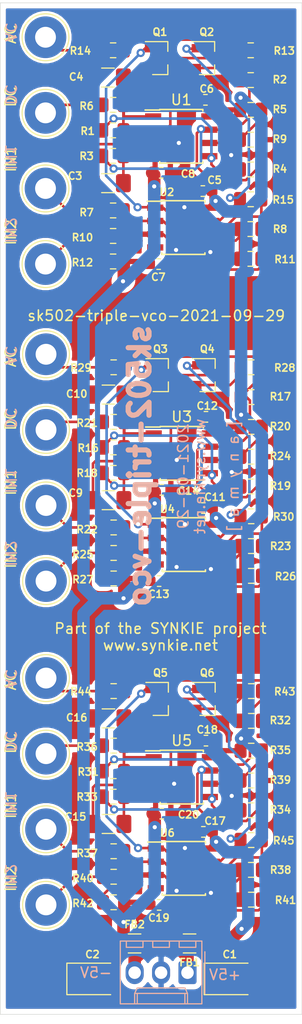
<source format=kicad_pcb>
(kicad_pcb (version 20171130) (host pcbnew "(5.1.5-0-10_14)")
  (layers (0 F.Cu signal) (31 B.Cu signal) (34 B.Paste user) (35 F.Paste user) (36 B.SilkS user) (37 F.SilkS user) (38 B.Mask user) (39 F.Mask user) (44 Edge.Cuts user))
  (net 0 "")
  (net 1 GND)
  (net 2 +5V)
  (net 3 -5V)
  (net 4 "Net-(C3-Pad2)")
  (net 5 "Net-(C3-Pad1)")
  (net 6 "Net-(C4-Pad1)")
  (net 7 "Net-(FB1-Pad2)")
  (net 8 "Net-(FB2-Pad2)")
  (net 9 "Net-(J2-Pad1)")
  (net 10 "Net-(J3-Pad1)")
  (net 11 "Net-(J4-Pad1)")
  (net 12 "Net-(J5-Pad1)")
  (net 13 "Net-(Q1-PadB)")
  (net 14 "Net-(Q1-PadE)")
  (net 15 "Net-(Q2-Pad2)")
  (net 16 "Net-(Q2-Pad1)")
  (net 17 "Net-(R1-Pad2)")
  (net 18 "Net-(R13-Pad2)")
  (net 19 "Net-(R5-Pad2)")
  (net 20 "Net-(R10-Pad1)")
  (net 21 "Net-(R15-Pad2)")
  (net 22 "Net-(C9-Pad2)")
  (net 23 "Net-(C10-Pad2)")
  (net 24 "Net-(C10-Pad1)")
  (net 25 "Net-(C15-Pad2)")
  (net 26 "Net-(C15-Pad1)")
  (net 27 "Net-(C16-Pad1)")
  (net 28 "Net-(J6-Pad1)")
  (net 29 "Net-(J7-Pad1)")
  (net 30 "Net-(J8-Pad1)")
  (net 31 "Net-(J9-Pad1)")
  (net 32 "Net-(J10-Pad1)")
  (net 33 "Net-(J11-Pad1)")
  (net 34 "Net-(J12-Pad1)")
  (net 35 "Net-(J13-Pad1)")
  (net 36 "Net-(Q3-PadB)")
  (net 37 "Net-(Q3-PadE)")
  (net 38 "Net-(Q4-Pad2)")
  (net 39 "Net-(Q4-Pad1)")
  (net 40 "Net-(Q5-PadB)")
  (net 41 "Net-(Q5-PadE)")
  (net 42 "Net-(Q6-Pad2)")
  (net 43 "Net-(Q6-Pad1)")
  (net 44 "Net-(R16-Pad2)")
  (net 45 "Net-(R17-Pad1)")
  (net 46 "Net-(R20-Pad2)")
  (net 47 "Net-(R22-Pad1)")
  (net 48 "Net-(R23-Pad2)")
  (net 49 "Net-(R31-Pad2)")
  (net 50 "Net-(R32-Pad1)")
  (net 51 "Net-(R35-Pad2)")
  (net 52 "Net-(R37-Pad1)")
  (net 53 "Net-(R38-Pad2)")
  (module synkie_footprints:SOIC-8_3.9x4.9mm_P1.27mm (layer F.Cu) (at 203.55 144.2)
    (fp_text reference U6 (at -1.585 -3.4) (layer F.SilkS) (effects (font (size 0.7 0.7))))
    (fp_text value Opamp_Dual_Generic)
    (pad 8 smd rect (at 2.7 -1.905) (size 1.55 0.6) (layers F.Cu F.Paste F.Mask) (net 2 +5V))
    (pad 7 smd rect (at 2.7 -0.635) (size 1.55 0.6) (layers F.Cu F.Paste F.Mask) (net 43 "Net-(Q6-Pad1)"))
    (pad 6 smd rect (at 2.7 0.635) (size 1.55 0.6) (layers F.Cu F.Paste F.Mask) (net 53 "Net-(R38-Pad2)"))
    (pad 5 smd rect (at 2.7 1.905) (size 1.55 0.6) (layers F.Cu F.Paste F.Mask) (net 1 GND))
    (pad 4 smd rect (at -2.7 1.905) (size 1.55 0.6) (layers F.Cu F.Paste F.Mask) (net 3 -5V))
    (pad 3 smd rect (at -2.7 0.635) (size 1.55 0.6) (layers F.Cu F.Paste F.Mask) (net 1 GND))
    (pad 2 smd rect (at -2.7 -0.635) (size 1.55 0.6) (layers F.Cu F.Paste F.Mask) (net 52 "Net-(R37-Pad1)"))
    (pad 1 smd rect (at -2.7 -1.905) (size 1.55 0.6) (layers F.Cu F.Paste F.Mask) (net 40 "Net-(Q5-PadB)"))
  )
  (module synkie_footprints:SOIC-8_3.9x4.9mm_P1.27mm (layer F.Cu) (at 203.35 135.45)
    (fp_text reference U5 (at 0 -3.5) (layer F.SilkS))
    (fp_text value Opamp_Dual_Generic)
    (pad 8 smd rect (at 2.7 -1.905) (size 1.55 0.6) (layers F.Cu F.Paste F.Mask) (net 2 +5V))
    (pad 7 smd rect (at 2.7 -0.635) (size 1.55 0.6) (layers F.Cu F.Paste F.Mask) (net 50 "Net-(R32-Pad1)"))
    (pad 6 smd rect (at 2.7 0.635) (size 1.55 0.6) (layers F.Cu F.Paste F.Mask) (net 51 "Net-(R35-Pad2)"))
    (pad 5 smd rect (at 2.7 1.905) (size 1.55 0.6) (layers F.Cu F.Paste F.Mask) (net 49 "Net-(R31-Pad2)"))
    (pad 4 smd rect (at -2.7 1.905) (size 1.55 0.6) (layers F.Cu F.Paste F.Mask) (net 3 -5V))
    (pad 3 smd rect (at -2.7 0.635) (size 1.55 0.6) (layers F.Cu F.Paste F.Mask) (net 1 GND))
    (pad 2 smd rect (at -2.7 -0.635) (size 1.55 0.6) (layers F.Cu F.Paste F.Mask) (net 25 "Net-(C15-Pad2)"))
    (pad 1 smd rect (at -2.7 -1.905) (size 1.55 0.6) (layers F.Cu F.Paste F.Mask) (net 26 "Net-(C15-Pad1)"))
  )
  (module synkie_footprints:SOIC-8_3.9x4.9mm_P1.27mm (layer F.Cu) (at 203.55 113.15)
    (fp_text reference U4 (at -1.585 -3.4) (layer F.SilkS) (effects (font (size 0.7 0.7))))
    (fp_text value Opamp_Dual_Generic)
    (pad 8 smd rect (at 2.7 -1.905) (size 1.55 0.6) (layers F.Cu F.Paste F.Mask) (net 2 +5V))
    (pad 7 smd rect (at 2.7 -0.635) (size 1.55 0.6) (layers F.Cu F.Paste F.Mask) (net 39 "Net-(Q4-Pad1)"))
    (pad 6 smd rect (at 2.7 0.635) (size 1.55 0.6) (layers F.Cu F.Paste F.Mask) (net 48 "Net-(R23-Pad2)"))
    (pad 5 smd rect (at 2.7 1.905) (size 1.55 0.6) (layers F.Cu F.Paste F.Mask) (net 1 GND))
    (pad 4 smd rect (at -2.7 1.905) (size 1.55 0.6) (layers F.Cu F.Paste F.Mask) (net 3 -5V))
    (pad 3 smd rect (at -2.7 0.635) (size 1.55 0.6) (layers F.Cu F.Paste F.Mask) (net 1 GND))
    (pad 2 smd rect (at -2.7 -0.635) (size 1.55 0.6) (layers F.Cu F.Paste F.Mask) (net 47 "Net-(R22-Pad1)"))
    (pad 1 smd rect (at -2.7 -1.905) (size 1.55 0.6) (layers F.Cu F.Paste F.Mask) (net 36 "Net-(Q3-PadB)"))
  )
  (module synkie_footprints:SOIC-8_3.9x4.9mm_P1.27mm (layer F.Cu) (at 203.35 104.4)
    (fp_text reference U3 (at 0 -3.5) (layer F.SilkS))
    (fp_text value Opamp_Dual_Generic)
    (pad 8 smd rect (at 2.7 -1.905) (size 1.55 0.6) (layers F.Cu F.Paste F.Mask) (net 2 +5V))
    (pad 7 smd rect (at 2.7 -0.635) (size 1.55 0.6) (layers F.Cu F.Paste F.Mask) (net 45 "Net-(R17-Pad1)"))
    (pad 6 smd rect (at 2.7 0.635) (size 1.55 0.6) (layers F.Cu F.Paste F.Mask) (net 46 "Net-(R20-Pad2)"))
    (pad 5 smd rect (at 2.7 1.905) (size 1.55 0.6) (layers F.Cu F.Paste F.Mask) (net 44 "Net-(R16-Pad2)"))
    (pad 4 smd rect (at -2.7 1.905) (size 1.55 0.6) (layers F.Cu F.Paste F.Mask) (net 3 -5V))
    (pad 3 smd rect (at -2.7 0.635) (size 1.55 0.6) (layers F.Cu F.Paste F.Mask) (net 1 GND))
    (pad 2 smd rect (at -2.7 -0.635) (size 1.55 0.6) (layers F.Cu F.Paste F.Mask) (net 22 "Net-(C9-Pad2)"))
    (pad 1 smd rect (at -2.7 -1.905) (size 1.55 0.6) (layers F.Cu F.Paste F.Mask) (net 23 "Net-(C10-Pad2)"))
  )
  (module synkie_footprints:R_0805_2012Metric_Pad1.15x1.40mm_HandSolder (layer F.Cu) (at 210.025 141.48571)
    (fp_text reference R45 (at 3.125 0.05) (layer F.SilkS) (effects (font (size 0.7 0.7))))
    (fp_text value 10k)
    (pad 2 smd roundrect (at 1.025 0) (size 1.15 1.4) (layers F.Cu F.Paste F.Mask) (roundrect_rratio 0.217391) (net 53 "Net-(R38-Pad2)"))
    (pad 1 smd roundrect (at -1.025 0) (size 1.15 1.4) (layers F.Cu F.Paste F.Mask) (roundrect_rratio 0.217391) (net 43 "Net-(Q6-Pad1)"))
  )
  (module synkie_footprints:R_0805_2012Metric_Pad1.15x1.40mm_HandSolder (layer F.Cu) (at 196.8 127.2)
    (fp_text reference R44 (at -3.15 0.05) (layer F.SilkS) (effects (font (size 0.7 0.7))))
    (fp_text value 75)
    (pad 2 smd roundrect (at 1.025 0) (size 1.15 1.4) (layers F.Cu F.Paste F.Mask) (roundrect_rratio 0.217391) (net 27 "Net-(C16-Pad1)"))
    (pad 1 smd roundrect (at -1.025 0) (size 1.15 1.4) (layers F.Cu F.Paste F.Mask) (roundrect_rratio 0.217391) (net 35 "Net-(J13-Pad1)"))
  )
  (module synkie_footprints:R_0805_2012Metric_Pad1.15x1.40mm_HandSolder (layer F.Cu) (at 210.025 127.2)
    (fp_text reference R43 (at 3.225 0.05) (layer F.SilkS) (effects (font (size 0.7 0.7))))
    (fp_text value 100)
    (pad 2 smd roundrect (at 1.025 0) (size 1.15 1.4) (layers F.Cu F.Paste F.Mask) (roundrect_rratio 0.217391) (net 50 "Net-(R32-Pad1)"))
    (pad 1 smd roundrect (at -1.025 0) (size 1.15 1.4) (layers F.Cu F.Paste F.Mask) (roundrect_rratio 0.217391) (net 42 "Net-(Q6-Pad2)"))
  )
  (module synkie_footprints:R_0805_2012Metric_Pad1.15x1.40mm_HandSolder (layer F.Cu) (at 196.8 147.45 180)
    (fp_text reference R42 (at 2.95 -0.1) (layer F.SilkS) (effects (font (size 0.7 0.7))))
    (fp_text value 25k)
    (pad 2 smd roundrect (at 1.025 0 180) (size 1.15 1.4) (layers F.Cu F.Paste F.Mask) (roundrect_rratio 0.217391) (net 52 "Net-(R37-Pad1)"))
    (pad 1 smd roundrect (at -1.025 0 180) (size 1.15 1.4) (layers F.Cu F.Paste F.Mask) (roundrect_rratio 0.217391) (net 3 -5V))
  )
  (module synkie_footprints:R_0805_2012Metric_Pad1.15x1.40mm_HandSolder (layer F.Cu) (at 210.025 147.2)
    (fp_text reference R41 (at 3.3 0.05) (layer F.SilkS) (effects (font (size 0.7 0.7))))
    (fp_text value 20k)
    (pad 2 smd roundrect (at 1.025 0) (size 1.15 1.4) (layers F.Cu F.Paste F.Mask) (roundrect_rratio 0.217391) (net 52 "Net-(R37-Pad1)"))
    (pad 1 smd roundrect (at -1.025 0) (size 1.15 1.4) (layers F.Cu F.Paste F.Mask) (roundrect_rratio 0.217391) (net 40 "Net-(Q5-PadB)"))
  )
  (module synkie_footprints:R_0805_2012Metric_Pad1.15x1.40mm_HandSolder (layer F.Cu) (at 196.8 145.00375 180)
    (fp_text reference R40 (at 2.95 -0.14625) (layer F.SilkS) (effects (font (size 0.7 0.7))))
    (fp_text value 6k)
    (pad 2 smd roundrect (at 1.025 0 180) (size 1.15 1.4) (layers F.Cu F.Paste F.Mask) (roundrect_rratio 0.217391) (net 34 "Net-(J12-Pad1)"))
    (pad 1 smd roundrect (at -1.025 0 180) (size 1.15 1.4) (layers F.Cu F.Paste F.Mask) (roundrect_rratio 0.217391) (net 52 "Net-(R37-Pad1)"))
  )
  (module synkie_footprints:R_0805_2012Metric_Pad1.15x1.40mm_HandSolder (layer F.Cu) (at 210.025 135.771426)
    (fp_text reference R39 (at 2.8 -0.05) (layer F.SilkS) (effects (font (size 0.7 0.7))))
    (fp_text value 10k)
    (pad 2 smd roundrect (at 1.025 0) (size 1.15 1.4) (layers F.Cu F.Paste F.Mask) (roundrect_rratio 0.217391) (net 1 GND))
    (pad 1 smd roundrect (at -1.025 0) (size 1.15 1.4) (layers F.Cu F.Paste F.Mask) (roundrect_rratio 0.217391) (net 51 "Net-(R35-Pad2)"))
  )
  (module synkie_footprints:R_0805_2012Metric_Pad1.15x1.40mm_HandSolder (layer F.Cu) (at 210.025 144.342852)
    (fp_text reference R38 (at 2.825 0.007148) (layer F.SilkS) (effects (font (size 0.7 0.7))))
    (fp_text value 10k)
    (pad 2 smd roundrect (at 1.025 0) (size 1.15 1.4) (layers F.Cu F.Paste F.Mask) (roundrect_rratio 0.217391) (net 53 "Net-(R38-Pad2)"))
    (pad 1 smd roundrect (at -1.025 0) (size 1.15 1.4) (layers F.Cu F.Paste F.Mask) (roundrect_rratio 0.217391) (net 40 "Net-(Q5-PadB)"))
  )
  (module synkie_footprints:R_0805_2012Metric_Pad1.15x1.40mm_HandSolder (layer F.Cu) (at 196.8 142.5575 180)
    (fp_text reference R37 (at 2.55 -0.1925) (layer F.SilkS) (effects (font (size 0.7 0.7))))
    (fp_text value 6k)
    (pad 2 smd roundrect (at 1.025 0 180) (size 1.15 1.4) (layers F.Cu F.Paste F.Mask) (roundrect_rratio 0.217391) (net 33 "Net-(J11-Pad1)"))
    (pad 1 smd roundrect (at -1.025 0 180) (size 1.15 1.4) (layers F.Cu F.Paste F.Mask) (roundrect_rratio 0.217391) (net 52 "Net-(R37-Pad1)"))
  )
  (module synkie_footprints:R_0805_2012Metric_Pad1.15x1.40mm_HandSolder (layer F.Cu) (at 196.8 132.4325)
    (fp_text reference R36 (at -2.55 0.1175) (layer F.SilkS) (effects (font (size 0.7 0.7))))
    (fp_text value 75)
    (pad 2 smd roundrect (at 1.025 0) (size 1.15 1.4) (layers F.Cu F.Paste F.Mask) (roundrect_rratio 0.217391) (net 26 "Net-(C15-Pad1)"))
    (pad 1 smd roundrect (at -1.025 0) (size 1.15 1.4) (layers F.Cu F.Paste F.Mask) (roundrect_rratio 0.217391) (net 32 "Net-(J10-Pad1)"))
  )
  (module synkie_footprints:R_0805_2012Metric_Pad1.15x1.40mm_HandSolder (layer F.Cu) (at 210.025 132.914284)
    (fp_text reference R35 (at 2.8 -0.05) (layer F.SilkS) (effects (font (size 0.7 0.7))))
    (fp_text value 100k)
    (pad 2 smd roundrect (at 1.025 0) (size 1.15 1.4) (layers F.Cu F.Paste F.Mask) (roundrect_rratio 0.217391) (net 51 "Net-(R35-Pad2)"))
    (pad 1 smd roundrect (at -1.025 0) (size 1.15 1.4) (layers F.Cu F.Paste F.Mask) (roundrect_rratio 0.217391) (net 2 +5V))
  )
  (module synkie_footprints:R_0805_2012Metric_Pad1.15x1.40mm_HandSolder (layer F.Cu) (at 210.025 138.628568)
    (fp_text reference R34 (at 2.8 -0.05) (layer F.SilkS) (effects (font (size 0.7 0.7))))
    (fp_text value 100k)
    (pad 2 smd roundrect (at 1.025 0) (size 1.15 1.4) (layers F.Cu F.Paste F.Mask) (roundrect_rratio 0.217391) (net 50 "Net-(R32-Pad1)"))
    (pad 1 smd roundrect (at -1.025 0) (size 1.15 1.4) (layers F.Cu F.Paste F.Mask) (roundrect_rratio 0.217391) (net 49 "Net-(R31-Pad2)"))
  )
  (module synkie_footprints:R_0805_2012Metric_Pad1.15x1.40mm_HandSolder (layer F.Cu) (at 196.775 137.325)
    (fp_text reference R33 (at -2.525 0.025) (layer F.SilkS) (effects (font (size 0.7 0.7))))
    (fp_text value 100k)
    (pad 2 smd roundrect (at 1.025 0) (size 1.15 1.4) (layers F.Cu F.Paste F.Mask) (roundrect_rratio 0.217391) (net 25 "Net-(C15-Pad2)"))
    (pad 1 smd roundrect (at -1.025 0) (size 1.15 1.4) (layers F.Cu F.Paste F.Mask) (roundrect_rratio 0.217391) (net 50 "Net-(R32-Pad1)"))
  )
  (module synkie_footprints:R_0805_2012Metric_Pad1.15x1.40mm_HandSolder (layer F.Cu) (at 210.025 130.057142)
    (fp_text reference R32 (at 2.8 -0.05) (layer F.SilkS) (effects (font (size 0.7 0.7))))
    (fp_text value 100)
    (pad 2 smd roundrect (at 1.025 0) (size 1.15 1.4) (layers F.Cu F.Paste F.Mask) (roundrect_rratio 0.217391) (net 41 "Net-(Q5-PadE)"))
    (pad 1 smd roundrect (at -1.025 0) (size 1.15 1.4) (layers F.Cu F.Paste F.Mask) (roundrect_rratio 0.217391) (net 50 "Net-(R32-Pad1)"))
  )
  (module synkie_footprints:R_0805_2012Metric_Pad1.15x1.40mm_HandSolder (layer F.Cu) (at 196.775 134.87875 180)
    (fp_text reference R31 (at 2.425 -0.07125) (layer F.SilkS) (effects (font (size 0.7 0.7))))
    (fp_text value 10k)
    (pad 2 smd roundrect (at 1.025 0 180) (size 1.15 1.4) (layers F.Cu F.Paste F.Mask) (roundrect_rratio 0.217391) (net 49 "Net-(R31-Pad2)"))
    (pad 1 smd roundrect (at -1.025 0 180) (size 1.15 1.4) (layers F.Cu F.Paste F.Mask) (roundrect_rratio 0.217391) (net 26 "Net-(C15-Pad1)"))
  )
  (module synkie_footprints:R_0805_2012Metric_Pad1.15x1.40mm_HandSolder (layer F.Cu) (at 210.025 110.43571)
    (fp_text reference R30 (at 3.125 0.05) (layer F.SilkS) (effects (font (size 0.7 0.7))))
    (fp_text value 10k)
    (pad 2 smd roundrect (at 1.025 0) (size 1.15 1.4) (layers F.Cu F.Paste F.Mask) (roundrect_rratio 0.217391) (net 48 "Net-(R23-Pad2)"))
    (pad 1 smd roundrect (at -1.025 0) (size 1.15 1.4) (layers F.Cu F.Paste F.Mask) (roundrect_rratio 0.217391) (net 39 "Net-(Q4-Pad1)"))
  )
  (module synkie_footprints:R_0805_2012Metric_Pad1.15x1.40mm_HandSolder (layer F.Cu) (at 196.8 96.15)
    (fp_text reference R29 (at -3.15 0.05) (layer F.SilkS) (effects (font (size 0.7 0.7))))
    (fp_text value 75)
    (pad 2 smd roundrect (at 1.025 0) (size 1.15 1.4) (layers F.Cu F.Paste F.Mask) (roundrect_rratio 0.217391) (net 24 "Net-(C10-Pad1)"))
    (pad 1 smd roundrect (at -1.025 0) (size 1.15 1.4) (layers F.Cu F.Paste F.Mask) (roundrect_rratio 0.217391) (net 31 "Net-(J9-Pad1)"))
  )
  (module synkie_footprints:R_0805_2012Metric_Pad1.15x1.40mm_HandSolder (layer F.Cu) (at 210.025 96.15)
    (fp_text reference R28 (at 3.225 0.05) (layer F.SilkS) (effects (font (size 0.7 0.7))))
    (fp_text value 100)
    (pad 2 smd roundrect (at 1.025 0) (size 1.15 1.4) (layers F.Cu F.Paste F.Mask) (roundrect_rratio 0.217391) (net 45 "Net-(R17-Pad1)"))
    (pad 1 smd roundrect (at -1.025 0) (size 1.15 1.4) (layers F.Cu F.Paste F.Mask) (roundrect_rratio 0.217391) (net 38 "Net-(Q4-Pad2)"))
  )
  (module synkie_footprints:R_0805_2012Metric_Pad1.15x1.40mm_HandSolder (layer F.Cu) (at 196.8 116.4 180)
    (fp_text reference R27 (at 2.95 -0.1) (layer F.SilkS) (effects (font (size 0.7 0.7))))
    (fp_text value 25k)
    (pad 2 smd roundrect (at 1.025 0 180) (size 1.15 1.4) (layers F.Cu F.Paste F.Mask) (roundrect_rratio 0.217391) (net 47 "Net-(R22-Pad1)"))
    (pad 1 smd roundrect (at -1.025 0 180) (size 1.15 1.4) (layers F.Cu F.Paste F.Mask) (roundrect_rratio 0.217391) (net 3 -5V))
  )
  (module synkie_footprints:R_0805_2012Metric_Pad1.15x1.40mm_HandSolder (layer F.Cu) (at 210.025 116.15)
    (fp_text reference R26 (at 3.3 0.05) (layer F.SilkS) (effects (font (size 0.7 0.7))))
    (fp_text value 20k)
    (pad 2 smd roundrect (at 1.025 0) (size 1.15 1.4) (layers F.Cu F.Paste F.Mask) (roundrect_rratio 0.217391) (net 47 "Net-(R22-Pad1)"))
    (pad 1 smd roundrect (at -1.025 0) (size 1.15 1.4) (layers F.Cu F.Paste F.Mask) (roundrect_rratio 0.217391) (net 36 "Net-(Q3-PadB)"))
  )
  (module synkie_footprints:R_0805_2012Metric_Pad1.15x1.40mm_HandSolder (layer F.Cu) (at 196.8 113.95375 180)
    (fp_text reference R25 (at 2.95 -0.14625) (layer F.SilkS) (effects (font (size 0.7 0.7))))
    (fp_text value 6k)
    (pad 2 smd roundrect (at 1.025 0 180) (size 1.15 1.4) (layers F.Cu F.Paste F.Mask) (roundrect_rratio 0.217391) (net 30 "Net-(J8-Pad1)"))
    (pad 1 smd roundrect (at -1.025 0 180) (size 1.15 1.4) (layers F.Cu F.Paste F.Mask) (roundrect_rratio 0.217391) (net 47 "Net-(R22-Pad1)"))
  )
  (module synkie_footprints:R_0805_2012Metric_Pad1.15x1.40mm_HandSolder (layer F.Cu) (at 210.025 104.721426)
    (fp_text reference R24 (at 2.8 -0.05) (layer F.SilkS) (effects (font (size 0.7 0.7))))
    (fp_text value 10k)
    (pad 2 smd roundrect (at 1.025 0) (size 1.15 1.4) (layers F.Cu F.Paste F.Mask) (roundrect_rratio 0.217391) (net 1 GND))
    (pad 1 smd roundrect (at -1.025 0) (size 1.15 1.4) (layers F.Cu F.Paste F.Mask) (roundrect_rratio 0.217391) (net 46 "Net-(R20-Pad2)"))
  )
  (module synkie_footprints:R_0805_2012Metric_Pad1.15x1.40mm_HandSolder (layer F.Cu) (at 210.025 113.292852)
    (fp_text reference R23 (at 2.825 0.007148) (layer F.SilkS) (effects (font (size 0.7 0.7))))
    (fp_text value 10k)
    (pad 2 smd roundrect (at 1.025 0) (size 1.15 1.4) (layers F.Cu F.Paste F.Mask) (roundrect_rratio 0.217391) (net 48 "Net-(R23-Pad2)"))
    (pad 1 smd roundrect (at -1.025 0) (size 1.15 1.4) (layers F.Cu F.Paste F.Mask) (roundrect_rratio 0.217391) (net 36 "Net-(Q3-PadB)"))
  )
  (module synkie_footprints:R_0805_2012Metric_Pad1.15x1.40mm_HandSolder (layer F.Cu) (at 196.8 111.5075 180)
    (fp_text reference R22 (at 2.55 -0.1925) (layer F.SilkS) (effects (font (size 0.7 0.7))))
    (fp_text value 6k)
    (pad 2 smd roundrect (at 1.025 0 180) (size 1.15 1.4) (layers F.Cu F.Paste F.Mask) (roundrect_rratio 0.217391) (net 29 "Net-(J7-Pad1)"))
    (pad 1 smd roundrect (at -1.025 0 180) (size 1.15 1.4) (layers F.Cu F.Paste F.Mask) (roundrect_rratio 0.217391) (net 47 "Net-(R22-Pad1)"))
  )
  (module synkie_footprints:R_0805_2012Metric_Pad1.15x1.40mm_HandSolder (layer F.Cu) (at 196.8 101.3825)
    (fp_text reference R21 (at -2.55 0.1175) (layer F.SilkS) (effects (font (size 0.7 0.7))))
    (fp_text value 75)
    (pad 2 smd roundrect (at 1.025 0) (size 1.15 1.4) (layers F.Cu F.Paste F.Mask) (roundrect_rratio 0.217391) (net 23 "Net-(C10-Pad2)"))
    (pad 1 smd roundrect (at -1.025 0) (size 1.15 1.4) (layers F.Cu F.Paste F.Mask) (roundrect_rratio 0.217391) (net 28 "Net-(J6-Pad1)"))
  )
  (module synkie_footprints:R_0805_2012Metric_Pad1.15x1.40mm_HandSolder (layer F.Cu) (at 210.025 101.864284)
    (fp_text reference R20 (at 2.8 -0.05) (layer F.SilkS) (effects (font (size 0.7 0.7))))
    (fp_text value 100k)
    (pad 2 smd roundrect (at 1.025 0) (size 1.15 1.4) (layers F.Cu F.Paste F.Mask) (roundrect_rratio 0.217391) (net 46 "Net-(R20-Pad2)"))
    (pad 1 smd roundrect (at -1.025 0) (size 1.15 1.4) (layers F.Cu F.Paste F.Mask) (roundrect_rratio 0.217391) (net 2 +5V))
  )
  (module synkie_footprints:R_0805_2012Metric_Pad1.15x1.40mm_HandSolder (layer F.Cu) (at 210.025 107.578568)
    (fp_text reference R19 (at 2.8 -0.05) (layer F.SilkS) (effects (font (size 0.7 0.7))))
    (fp_text value 100k)
    (pad 2 smd roundrect (at 1.025 0) (size 1.15 1.4) (layers F.Cu F.Paste F.Mask) (roundrect_rratio 0.217391) (net 45 "Net-(R17-Pad1)"))
    (pad 1 smd roundrect (at -1.025 0) (size 1.15 1.4) (layers F.Cu F.Paste F.Mask) (roundrect_rratio 0.217391) (net 44 "Net-(R16-Pad2)"))
  )
  (module synkie_footprints:R_0805_2012Metric_Pad1.15x1.40mm_HandSolder (layer F.Cu) (at 196.775 106.275)
    (fp_text reference R18 (at -2.525 0.025) (layer F.SilkS) (effects (font (size 0.7 0.7))))
    (fp_text value 100k)
    (pad 2 smd roundrect (at 1.025 0) (size 1.15 1.4) (layers F.Cu F.Paste F.Mask) (roundrect_rratio 0.217391) (net 22 "Net-(C9-Pad2)"))
    (pad 1 smd roundrect (at -1.025 0) (size 1.15 1.4) (layers F.Cu F.Paste F.Mask) (roundrect_rratio 0.217391) (net 45 "Net-(R17-Pad1)"))
  )
  (module synkie_footprints:R_0805_2012Metric_Pad1.15x1.40mm_HandSolder (layer F.Cu) (at 210.025 99.007142)
    (fp_text reference R17 (at 2.8 -0.05) (layer F.SilkS) (effects (font (size 0.7 0.7))))
    (fp_text value 100)
    (pad 2 smd roundrect (at 1.025 0) (size 1.15 1.4) (layers F.Cu F.Paste F.Mask) (roundrect_rratio 0.217391) (net 37 "Net-(Q3-PadE)"))
    (pad 1 smd roundrect (at -1.025 0) (size 1.15 1.4) (layers F.Cu F.Paste F.Mask) (roundrect_rratio 0.217391) (net 45 "Net-(R17-Pad1)"))
  )
  (module synkie_footprints:R_0805_2012Metric_Pad1.15x1.40mm_HandSolder (layer F.Cu) (at 196.775 103.82875 180)
    (fp_text reference R16 (at 2.425 -0.07125) (layer F.SilkS) (effects (font (size 0.7 0.7))))
    (fp_text value 10k)
    (pad 2 smd roundrect (at 1.025 0 180) (size 1.15 1.4) (layers F.Cu F.Paste F.Mask) (roundrect_rratio 0.217391) (net 44 "Net-(R16-Pad2)"))
    (pad 1 smd roundrect (at -1.025 0 180) (size 1.15 1.4) (layers F.Cu F.Paste F.Mask) (roundrect_rratio 0.217391) (net 23 "Net-(C10-Pad2)"))
  )
  (module Package_TO_SOT_SMD:SOT-23 (layer F.Cu) (at 205.8 127.95)
    (fp_text reference Q6 (at 0 -2.5) (layer F.SilkS) (effects (font (size 0.7 0.7))))
    (fp_text value BC817)
    (pad 3 smd rect (at 1 0) (size 0.9 0.8) (layers F.Cu F.Paste F.Mask) (net 25 "Net-(C15-Pad2)"))
    (pad 2 smd rect (at -1 0.95) (size 0.9 0.8) (layers F.Cu F.Paste F.Mask) (net 42 "Net-(Q6-Pad2)"))
    (pad 1 smd rect (at -1 -0.95) (size 0.9 0.8) (layers F.Cu F.Paste F.Mask) (net 43 "Net-(Q6-Pad1)"))
  )
  (module synkie_footprints:SOT-23_BEC (layer F.Cu) (at 201.3 127.95)
    (fp_text reference Q5 (at 0 -2.5) (layer F.SilkS) (effects (font (size 0.7 0.7))))
    (fp_text value Trans_PNP_Generic)
    (pad B smd rect (at -1 -0.95) (size 0.9 0.8) (layers F.Cu F.Paste F.Mask) (net 40 "Net-(Q5-PadB)"))
    (pad E smd rect (at -1 0.95) (size 0.9 0.8) (layers F.Cu F.Paste F.Mask) (net 41 "Net-(Q5-PadE)"))
    (pad C smd rect (at 1 0) (size 0.9 0.8) (layers F.Cu F.Paste F.Mask) (net 25 "Net-(C15-Pad2)"))
  )
  (module Package_TO_SOT_SMD:SOT-23 (layer F.Cu) (at 205.8 96.9)
    (fp_text reference Q4 (at 0 -2.5) (layer F.SilkS) (effects (font (size 0.7 0.7))))
    (fp_text value BC817)
    (pad 3 smd rect (at 1 0) (size 0.9 0.8) (layers F.Cu F.Paste F.Mask) (net 22 "Net-(C9-Pad2)"))
    (pad 2 smd rect (at -1 0.95) (size 0.9 0.8) (layers F.Cu F.Paste F.Mask) (net 38 "Net-(Q4-Pad2)"))
    (pad 1 smd rect (at -1 -0.95) (size 0.9 0.8) (layers F.Cu F.Paste F.Mask) (net 39 "Net-(Q4-Pad1)"))
  )
  (module synkie_footprints:SOT-23_BEC (layer F.Cu) (at 201.3 96.9)
    (fp_text reference Q3 (at 0 -2.5) (layer F.SilkS) (effects (font (size 0.7 0.7))))
    (fp_text value Trans_PNP_Generic)
    (pad B smd rect (at -1 -0.95) (size 0.9 0.8) (layers F.Cu F.Paste F.Mask) (net 36 "Net-(Q3-PadB)"))
    (pad E smd rect (at -1 0.95) (size 0.9 0.8) (layers F.Cu F.Paste F.Mask) (net 37 "Net-(Q3-PadE)"))
    (pad C smd rect (at 1 0) (size 0.9 0.8) (layers F.Cu F.Paste F.Mask) (net 22 "Net-(C9-Pad2)"))
  )
  (module TestPoint:TestPoint_THTPad_D4.0mm_Drill2.0mm (layer F.Cu) (at 190.3 125.95)
    (fp_text reference J13 hide)
    (fp_text value OUT-AC)
    (pad 1 thru_hole circle (at 0 0) (size 4 4) (drill 2) (layers *.Cu *.Mask) (net 35 "Net-(J13-Pad1)"))
  )
  (module TestPoint:TestPoint_THTPad_D4.0mm_Drill2.0mm (layer F.Cu) (at 190.3 147.7)
    (fp_text reference J12 hide)
    (fp_text value CV-IN-2)
    (pad 1 thru_hole circle (at 0 0) (size 4 4) (drill 2) (layers *.Cu *.Mask) (net 34 "Net-(J12-Pad1)"))
  )
  (module TestPoint:TestPoint_THTPad_D4.0mm_Drill2.0mm (layer F.Cu) (at 190.3 140.45)
    (fp_text reference J11 hide)
    (fp_text value CV-In)
    (pad 1 thru_hole circle (at 0 0) (size 4 4) (drill 2) (layers *.Cu *.Mask) (net 33 "Net-(J11-Pad1)"))
  )
  (module TestPoint:TestPoint_THTPad_D4.0mm_Drill2.0mm (layer F.Cu) (at 190.3 133.2)
    (fp_text reference J10 hide)
    (fp_text value OUT-DC)
    (pad 1 thru_hole circle (at 0 0) (size 4 4) (drill 2) (layers *.Cu *.Mask) (net 32 "Net-(J10-Pad1)"))
  )
  (module TestPoint:TestPoint_THTPad_D4.0mm_Drill2.0mm (layer F.Cu) (at 190.3 94.9)
    (fp_text reference J9 hide)
    (fp_text value OUT-AC)
    (pad 1 thru_hole circle (at 0 0) (size 4 4) (drill 2) (layers *.Cu *.Mask) (net 31 "Net-(J9-Pad1)"))
  )
  (module TestPoint:TestPoint_THTPad_D4.0mm_Drill2.0mm (layer F.Cu) (at 190.3 116.65)
    (fp_text reference J8 hide)
    (fp_text value CV-IN-2)
    (pad 1 thru_hole circle (at 0 0) (size 4 4) (drill 2) (layers *.Cu *.Mask) (net 30 "Net-(J8-Pad1)"))
  )
  (module TestPoint:TestPoint_THTPad_D4.0mm_Drill2.0mm (layer F.Cu) (at 190.3 109.4)
    (fp_text reference J7 hide)
    (fp_text value CV-In)
    (pad 1 thru_hole circle (at 0 0) (size 4 4) (drill 2) (layers *.Cu *.Mask) (net 29 "Net-(J7-Pad1)"))
  )
  (module TestPoint:TestPoint_THTPad_D4.0mm_Drill2.0mm (layer F.Cu) (at 190.3 102.15)
    (fp_text reference J6 hide)
    (fp_text value OUT-DC)
    (pad 1 thru_hole circle (at 0 0) (size 4 4) (drill 2) (layers *.Cu *.Mask) (net 28 "Net-(J6-Pad1)"))
  )
  (module synkie_footprints:C_0603_1608Metric_Pad1.05x0.95mm_HandSolder (layer F.Cu) (at 201.425 138.95)
    (fp_text reference C20 (at 2.575 0.1) (layer F.SilkS) (effects (font (size 0.7 0.7))))
    (fp_text value 100n)
    (pad 2 smd roundrect (at 0.875 0) (size 1.05 0.95) (layers F.Cu F.Paste F.Mask) (net 1 GND))
    (pad 1 smd roundrect (at -0.875 0) (size 1.05 0.95) (layers F.Cu F.Paste F.Mask) (net 3 -5V))
  )
  (module synkie_footprints:C_0603_1608Metric_Pad1.05x0.95mm_HandSolder (layer F.Cu) (at 201.175 147.7)
    (fp_text reference C19 (at -0.025 1.25) (layer F.SilkS) (effects (font (size 0.7 0.7))))
    (fp_text value 100n)
    (pad 2 smd roundrect (at 0.875 0) (size 1.05 0.95) (layers F.Cu F.Paste F.Mask) (net 1 GND))
    (pad 1 smd roundrect (at -0.875 0) (size 1.05 0.95) (layers F.Cu F.Paste F.Mask) (net 3 -5V))
  )
  (module synkie_footprints:C_0603_1608Metric_Pad1.05x0.95mm_HandSolder (layer F.Cu) (at 205.675 131.95 180)
    (fp_text reference C18 (at -0.125 1.05) (layer F.SilkS) (effects (font (size 0.7 0.7))))
    (fp_text value 100n)
    (pad 2 smd roundrect (at 0.875 0 180) (size 1.05 0.95) (layers F.Cu F.Paste F.Mask) (net 1 GND))
    (pad 1 smd roundrect (at -0.875 0 180) (size 1.05 0.95) (layers F.Cu F.Paste F.Mask) (net 2 +5V))
  )
  (module synkie_footprints:C_0603_1608Metric_Pad1.05x0.95mm_HandSolder (layer F.Cu) (at 205.425 140.7 180)
    (fp_text reference C17 (at -1.125 1.05) (layer F.SilkS) (effects (font (size 0.7 0.7))))
    (fp_text value 100n)
    (pad 2 smd roundrect (at 0.875 0 180) (size 1.05 0.95) (layers F.Cu F.Paste F.Mask) (net 1 GND))
    (pad 1 smd roundrect (at -0.875 0 180) (size 1.05 0.95) (layers F.Cu F.Paste F.Mask) (net 2 +5V))
  )
  (module synkie_footprints:C_1206_3216Metric_Pad1.42x1.75mm_HandSolder (layer F.Cu) (at 196.3 129.81625)
    (fp_text reference C16 (at -3.05 -0.06625) (layer F.SilkS) (effects (font (size 0.7 0.7))))
    (fp_text value 1u)
    (pad 2 smd roundrect (at 1.4875 0) (size 1.425 1.75) (layers F.Cu F.Paste F.Mask) (roundrect_rratio 0.175439) (net 26 "Net-(C15-Pad1)"))
    (pad 1 smd roundrect (at -1.4875 0) (size 1.425 1.75) (layers F.Cu F.Paste F.Mask) (roundrect_rratio 0.175439) (net 27 "Net-(C16-Pad1)"))
  )
  (module synkie_footprints:C_1206_3216Metric_Pad1.42x1.75mm_HandSolder (layer F.Cu) (at 196.3 139.94125)
    (fp_text reference C15 (at -3.15 -0.69125) (layer F.SilkS) (effects (font (size 0.7 0.7))))
    (fp_text value 1u)
    (pad 2 smd roundrect (at 1.4875 0) (size 1.425 1.75) (layers F.Cu F.Paste F.Mask) (roundrect_rratio 0.175439) (net 25 "Net-(C15-Pad2)"))
    (pad 1 smd roundrect (at -1.4875 0) (size 1.425 1.75) (layers F.Cu F.Paste F.Mask) (roundrect_rratio 0.175439) (net 26 "Net-(C15-Pad1)"))
  )
  (module synkie_footprints:C_0603_1608Metric_Pad1.05x0.95mm_HandSolder (layer F.Cu) (at 201.425 107.9)
    (fp_text reference C14 (at 2.575 0.1) (layer F.SilkS) (effects (font (size 0.7 0.7))))
    (fp_text value 100n)
    (pad 2 smd roundrect (at 0.875 0) (size 1.05 0.95) (layers F.Cu F.Paste F.Mask) (net 1 GND))
    (pad 1 smd roundrect (at -0.875 0) (size 1.05 0.95) (layers F.Cu F.Paste F.Mask) (net 3 -5V))
  )
  (module synkie_footprints:C_0603_1608Metric_Pad1.05x0.95mm_HandSolder (layer F.Cu) (at 201.175 116.65)
    (fp_text reference C13 (at -0.025 1.25) (layer F.SilkS) (effects (font (size 0.7 0.7))))
    (fp_text value 100n)
    (pad 2 smd roundrect (at 0.875 0) (size 1.05 0.95) (layers F.Cu F.Paste F.Mask) (net 1 GND))
    (pad 1 smd roundrect (at -0.875 0) (size 1.05 0.95) (layers F.Cu F.Paste F.Mask) (net 3 -5V))
  )
  (module synkie_footprints:C_0603_1608Metric_Pad1.05x0.95mm_HandSolder (layer F.Cu) (at 205.675 100.9 180)
    (fp_text reference C12 (at -0.125 1.05) (layer F.SilkS) (effects (font (size 0.7 0.7))))
    (fp_text value 100n)
    (pad 2 smd roundrect (at 0.875 0 180) (size 1.05 0.95) (layers F.Cu F.Paste F.Mask) (net 1 GND))
    (pad 1 smd roundrect (at -0.875 0 180) (size 1.05 0.95) (layers F.Cu F.Paste F.Mask) (net 2 +5V))
  )
  (module synkie_footprints:C_0603_1608Metric_Pad1.05x0.95mm_HandSolder (layer F.Cu) (at 205.425 109.65 180)
    (fp_text reference C11 (at -1.125 1.05) (layer F.SilkS) (effects (font (size 0.7 0.7))))
    (fp_text value 100n)
    (pad 2 smd roundrect (at 0.875 0 180) (size 1.05 0.95) (layers F.Cu F.Paste F.Mask) (net 1 GND))
    (pad 1 smd roundrect (at -0.875 0 180) (size 1.05 0.95) (layers F.Cu F.Paste F.Mask) (net 2 +5V))
  )
  (module synkie_footprints:C_1206_3216Metric_Pad1.42x1.75mm_HandSolder (layer F.Cu) (at 196.3 98.76625)
    (fp_text reference C10 (at -3.05 -0.06625) (layer F.SilkS) (effects (font (size 0.7 0.7))))
    (fp_text value 1u)
    (pad 2 smd roundrect (at 1.4875 0) (size 1.425 1.75) (layers F.Cu F.Paste F.Mask) (roundrect_rratio 0.175439) (net 23 "Net-(C10-Pad2)"))
    (pad 1 smd roundrect (at -1.4875 0) (size 1.425 1.75) (layers F.Cu F.Paste F.Mask) (roundrect_rratio 0.175439) (net 24 "Net-(C10-Pad1)"))
  )
  (module synkie_footprints:C_1206_3216Metric_Pad1.42x1.75mm_HandSolder (layer F.Cu) (at 196.3 108.89125)
    (fp_text reference C9 (at -3.15 -0.69125) (layer F.SilkS) (effects (font (size 0.7 0.7))))
    (fp_text value 1u)
    (pad 2 smd roundrect (at 1.4875 0) (size 1.425 1.75) (layers F.Cu F.Paste F.Mask) (roundrect_rratio 0.175439) (net 22 "Net-(C9-Pad2)"))
    (pad 1 smd roundrect (at -1.4875 0) (size 1.425 1.75) (layers F.Cu F.Paste F.Mask) (roundrect_rratio 0.175439) (net 23 "Net-(C10-Pad2)"))
  )
  (module synkie_footprints:SOIC-8_3.9x4.9mm_P1.27mm (layer F.Cu) (at 203.3 74)
    (fp_text reference U1 (at 0 -3.5) (layer F.SilkS))
    (fp_text value Opamp_Dual_Generic)
    (pad 8 smd rect (at 2.7 -1.905) (size 1.55 0.6) (layers F.Cu F.Paste F.Mask) (net 2 +5V))
    (pad 7 smd rect (at 2.7 -0.635) (size 1.55 0.6) (layers F.Cu F.Paste F.Mask) (net 18 "Net-(R13-Pad2)"))
    (pad 6 smd rect (at 2.7 0.635) (size 1.55 0.6) (layers F.Cu F.Paste F.Mask) (net 19 "Net-(R5-Pad2)"))
    (pad 5 smd rect (at 2.7 1.905) (size 1.55 0.6) (layers F.Cu F.Paste F.Mask) (net 17 "Net-(R1-Pad2)"))
    (pad 4 smd rect (at -2.7 1.905) (size 1.55 0.6) (layers F.Cu F.Paste F.Mask) (net 3 -5V))
    (pad 3 smd rect (at -2.7 0.635) (size 1.55 0.6) (layers F.Cu F.Paste F.Mask) (net 1 GND))
    (pad 2 smd rect (at -2.7 -0.635) (size 1.55 0.6) (layers F.Cu F.Paste F.Mask) (net 4 "Net-(C3-Pad2)"))
    (pad 1 smd rect (at -2.7 -1.905) (size 1.55 0.6) (layers F.Cu F.Paste F.Mask) (net 5 "Net-(C3-Pad1)"))
  )
  (module TestPoint:TestPoint_THTPad_D4.0mm_Drill2.0mm (layer F.Cu) (at 190.25 64.5)
    (fp_text reference J5 hide)
    (fp_text value OUT-AC)
    (pad 1 thru_hole circle (at 0 0) (size 4 4) (drill 2) (layers *.Cu *.Mask) (net 12 "Net-(J5-Pad1)"))
  )
  (module TestPoint:TestPoint_THTPad_D4.0mm_Drill2.0mm (layer F.Cu) (at 190.25 86.25)
    (fp_text reference J4 hide)
    (fp_text value CV-IN-2)
    (pad 1 thru_hole circle (at 0 0) (size 4 4) (drill 2) (layers *.Cu *.Mask) (net 11 "Net-(J4-Pad1)"))
  )
  (module TestPoint:TestPoint_THTPad_D4.0mm_Drill2.0mm (layer F.Cu) (at 190.25 79)
    (fp_text reference J3 hide)
    (fp_text value CV-In)
    (pad 1 thru_hole circle (at 0 0) (size 4 4) (drill 2) (layers *.Cu *.Mask) (net 10 "Net-(J3-Pad1)"))
  )
  (module TestPoint:TestPoint_THTPad_D4.0mm_Drill2.0mm (layer F.Cu) (at 190.25 71.75)
    (fp_text reference J2 hide)
    (fp_text value OUT-DC)
    (pad 1 thru_hole circle (at 0 0) (size 4 4) (drill 2) (layers *.Cu *.Mask) (net 9 "Net-(J2-Pad1)"))
  )
  (module synkie_footprints:SOIC-8_3.9x4.9mm_P1.27mm (layer F.Cu) (at 203.5 82.75)
    (fp_text reference U2 (at -1.585 -3.4) (layer F.SilkS) (effects (font (size 0.7 0.7))))
    (fp_text value Opamp_Dual_Generic)
    (pad 8 smd rect (at 2.7 -1.905) (size 1.55 0.6) (layers F.Cu F.Paste F.Mask) (net 2 +5V))
    (pad 7 smd rect (at 2.7 -0.635) (size 1.55 0.6) (layers F.Cu F.Paste F.Mask) (net 16 "Net-(Q2-Pad1)"))
    (pad 6 smd rect (at 2.7 0.635) (size 1.55 0.6) (layers F.Cu F.Paste F.Mask) (net 21 "Net-(R15-Pad2)"))
    (pad 5 smd rect (at 2.7 1.905) (size 1.55 0.6) (layers F.Cu F.Paste F.Mask) (net 1 GND))
    (pad 4 smd rect (at -2.7 1.905) (size 1.55 0.6) (layers F.Cu F.Paste F.Mask) (net 3 -5V))
    (pad 3 smd rect (at -2.7 0.635) (size 1.55 0.6) (layers F.Cu F.Paste F.Mask) (net 1 GND))
    (pad 2 smd rect (at -2.7 -0.635) (size 1.55 0.6) (layers F.Cu F.Paste F.Mask) (net 20 "Net-(R10-Pad1)"))
    (pad 1 smd rect (at -2.7 -1.905) (size 1.55 0.6) (layers F.Cu F.Paste F.Mask) (net 13 "Net-(Q1-PadB)"))
  )
  (module synkie_footprints:R_0805_2012Metric_Pad1.15x1.40mm_HandSolder (layer F.Cu) (at 209.975 80.03571)
    (fp_text reference R15 (at 3.125 0.05) (layer F.SilkS) (effects (font (size 0.7 0.7))))
    (fp_text value 10k)
    (pad 2 smd roundrect (at 1.025 0) (size 1.15 1.4) (layers F.Cu F.Paste F.Mask) (roundrect_rratio 0.217391) (net 21 "Net-(R15-Pad2)"))
    (pad 1 smd roundrect (at -1.025 0) (size 1.15 1.4) (layers F.Cu F.Paste F.Mask) (roundrect_rratio 0.217391) (net 16 "Net-(Q2-Pad1)"))
  )
  (module synkie_footprints:R_0805_2012Metric_Pad1.15x1.40mm_HandSolder (layer F.Cu) (at 196.75 65.75)
    (fp_text reference R14 (at -3.15 0.05) (layer F.SilkS) (effects (font (size 0.7 0.7))))
    (fp_text value 75)
    (pad 2 smd roundrect (at 1.025 0) (size 1.15 1.4) (layers F.Cu F.Paste F.Mask) (roundrect_rratio 0.217391) (net 6 "Net-(C4-Pad1)"))
    (pad 1 smd roundrect (at -1.025 0) (size 1.15 1.4) (layers F.Cu F.Paste F.Mask) (roundrect_rratio 0.217391) (net 12 "Net-(J5-Pad1)"))
  )
  (module synkie_footprints:R_0805_2012Metric_Pad1.15x1.40mm_HandSolder (layer F.Cu) (at 209.975 65.75)
    (fp_text reference R13 (at 3.225 0.05) (layer F.SilkS) (effects (font (size 0.7 0.7))))
    (fp_text value 100)
    (pad 2 smd roundrect (at 1.025 0) (size 1.15 1.4) (layers F.Cu F.Paste F.Mask) (roundrect_rratio 0.217391) (net 18 "Net-(R13-Pad2)"))
    (pad 1 smd roundrect (at -1.025 0) (size 1.15 1.4) (layers F.Cu F.Paste F.Mask) (roundrect_rratio 0.217391) (net 15 "Net-(Q2-Pad2)"))
  )
  (module synkie_footprints:R_0805_2012Metric_Pad1.15x1.40mm_HandSolder (layer F.Cu) (at 196.75 86 180)
    (fp_text reference R12 (at 2.95 -0.1) (layer F.SilkS) (effects (font (size 0.7 0.7))))
    (fp_text value 25k)
    (pad 2 smd roundrect (at 1.025 0 180) (size 1.15 1.4) (layers F.Cu F.Paste F.Mask) (roundrect_rratio 0.217391) (net 20 "Net-(R10-Pad1)"))
    (pad 1 smd roundrect (at -1.025 0 180) (size 1.15 1.4) (layers F.Cu F.Paste F.Mask) (roundrect_rratio 0.217391) (net 3 -5V))
  )
  (module synkie_footprints:R_0805_2012Metric_Pad1.15x1.40mm_HandSolder (layer F.Cu) (at 209.975 85.75)
    (fp_text reference R11 (at 3.3 0.05) (layer F.SilkS) (effects (font (size 0.7 0.7))))
    (fp_text value 20k)
    (pad 2 smd roundrect (at 1.025 0) (size 1.15 1.4) (layers F.Cu F.Paste F.Mask) (roundrect_rratio 0.217391) (net 20 "Net-(R10-Pad1)"))
    (pad 1 smd roundrect (at -1.025 0) (size 1.15 1.4) (layers F.Cu F.Paste F.Mask) (roundrect_rratio 0.217391) (net 13 "Net-(Q1-PadB)"))
  )
  (module synkie_footprints:R_0805_2012Metric_Pad1.15x1.40mm_HandSolder (layer F.Cu) (at 196.75 83.55375 180)
    (fp_text reference R10 (at 2.95 -0.14625) (layer F.SilkS) (effects (font (size 0.7 0.7))))
    (fp_text value 6k)
    (pad 2 smd roundrect (at 1.025 0 180) (size 1.15 1.4) (layers F.Cu F.Paste F.Mask) (roundrect_rratio 0.217391) (net 11 "Net-(J4-Pad1)"))
    (pad 1 smd roundrect (at -1.025 0 180) (size 1.15 1.4) (layers F.Cu F.Paste F.Mask) (roundrect_rratio 0.217391) (net 20 "Net-(R10-Pad1)"))
  )
  (module synkie_footprints:R_0805_2012Metric_Pad1.15x1.40mm_HandSolder (layer F.Cu) (at 209.975 74.321426)
    (fp_text reference R9 (at 2.8 -0.05) (layer F.SilkS) (effects (font (size 0.7 0.7))))
    (fp_text value 10k)
    (pad 2 smd roundrect (at 1.025 0) (size 1.15 1.4) (layers F.Cu F.Paste F.Mask) (roundrect_rratio 0.217391) (net 1 GND))
    (pad 1 smd roundrect (at -1.025 0) (size 1.15 1.4) (layers F.Cu F.Paste F.Mask) (roundrect_rratio 0.217391) (net 19 "Net-(R5-Pad2)"))
  )
  (module synkie_footprints:R_0805_2012Metric_Pad1.15x1.40mm_HandSolder (layer F.Cu) (at 209.975 82.892852)
    (fp_text reference R8 (at 2.825 0.007148) (layer F.SilkS) (effects (font (size 0.7 0.7))))
    (fp_text value 10k)
    (pad 2 smd roundrect (at 1.025 0) (size 1.15 1.4) (layers F.Cu F.Paste F.Mask) (roundrect_rratio 0.217391) (net 21 "Net-(R15-Pad2)"))
    (pad 1 smd roundrect (at -1.025 0) (size 1.15 1.4) (layers F.Cu F.Paste F.Mask) (roundrect_rratio 0.217391) (net 13 "Net-(Q1-PadB)"))
  )
  (module synkie_footprints:R_0805_2012Metric_Pad1.15x1.40mm_HandSolder (layer F.Cu) (at 196.75 81.1075 180)
    (fp_text reference R7 (at 2.55 -0.1925) (layer F.SilkS) (effects (font (size 0.7 0.7))))
    (fp_text value 6k)
    (pad 2 smd roundrect (at 1.025 0 180) (size 1.15 1.4) (layers F.Cu F.Paste F.Mask) (roundrect_rratio 0.217391) (net 10 "Net-(J3-Pad1)"))
    (pad 1 smd roundrect (at -1.025 0 180) (size 1.15 1.4) (layers F.Cu F.Paste F.Mask) (roundrect_rratio 0.217391) (net 20 "Net-(R10-Pad1)"))
  )
  (module synkie_footprints:R_0805_2012Metric_Pad1.15x1.40mm_HandSolder (layer F.Cu) (at 196.75 70.9825)
    (fp_text reference R6 (at -2.55 0.1175) (layer F.SilkS) (effects (font (size 0.7 0.7))))
    (fp_text value 75)
    (pad 2 smd roundrect (at 1.025 0) (size 1.15 1.4) (layers F.Cu F.Paste F.Mask) (roundrect_rratio 0.217391) (net 5 "Net-(C3-Pad1)"))
    (pad 1 smd roundrect (at -1.025 0) (size 1.15 1.4) (layers F.Cu F.Paste F.Mask) (roundrect_rratio 0.217391) (net 9 "Net-(J2-Pad1)"))
  )
  (module synkie_footprints:R_0805_2012Metric_Pad1.15x1.40mm_HandSolder (layer F.Cu) (at 209.975 71.464284)
    (fp_text reference R5 (at 2.8 -0.05) (layer F.SilkS) (effects (font (size 0.7 0.7))))
    (fp_text value 100k)
    (pad 2 smd roundrect (at 1.025 0) (size 1.15 1.4) (layers F.Cu F.Paste F.Mask) (roundrect_rratio 0.217391) (net 19 "Net-(R5-Pad2)"))
    (pad 1 smd roundrect (at -1.025 0) (size 1.15 1.4) (layers F.Cu F.Paste F.Mask) (roundrect_rratio 0.217391) (net 2 +5V))
  )
  (module synkie_footprints:R_0805_2012Metric_Pad1.15x1.40mm_HandSolder (layer F.Cu) (at 209.975 77.178568)
    (fp_text reference R4 (at 2.8 -0.05) (layer F.SilkS) (effects (font (size 0.7 0.7))))
    (fp_text value 100k)
    (pad 2 smd roundrect (at 1.025 0) (size 1.15 1.4) (layers F.Cu F.Paste F.Mask) (roundrect_rratio 0.217391) (net 18 "Net-(R13-Pad2)"))
    (pad 1 smd roundrect (at -1.025 0) (size 1.15 1.4) (layers F.Cu F.Paste F.Mask) (roundrect_rratio 0.217391) (net 17 "Net-(R1-Pad2)"))
  )
  (module synkie_footprints:R_0805_2012Metric_Pad1.15x1.40mm_HandSolder (layer F.Cu) (at 196.725 75.875)
    (fp_text reference R3 (at -2.525 0.025) (layer F.SilkS) (effects (font (size 0.7 0.7))))
    (fp_text value 100k)
    (pad 2 smd roundrect (at 1.025 0) (size 1.15 1.4) (layers F.Cu F.Paste F.Mask) (roundrect_rratio 0.217391) (net 4 "Net-(C3-Pad2)"))
    (pad 1 smd roundrect (at -1.025 0) (size 1.15 1.4) (layers F.Cu F.Paste F.Mask) (roundrect_rratio 0.217391) (net 18 "Net-(R13-Pad2)"))
  )
  (module synkie_footprints:R_0805_2012Metric_Pad1.15x1.40mm_HandSolder (layer F.Cu) (at 209.975 68.607142)
    (fp_text reference R2 (at 2.8 -0.05) (layer F.SilkS) (effects (font (size 0.7 0.7))))
    (fp_text value 100)
    (pad 2 smd roundrect (at 1.025 0) (size 1.15 1.4) (layers F.Cu F.Paste F.Mask) (roundrect_rratio 0.217391) (net 14 "Net-(Q1-PadE)"))
    (pad 1 smd roundrect (at -1.025 0) (size 1.15 1.4) (layers F.Cu F.Paste F.Mask) (roundrect_rratio 0.217391) (net 18 "Net-(R13-Pad2)"))
  )
  (module synkie_footprints:R_0805_2012Metric_Pad1.15x1.40mm_HandSolder (layer F.Cu) (at 196.725 73.42875 180)
    (fp_text reference R1 (at 2.425 -0.07125) (layer F.SilkS) (effects (font (size 0.7 0.7))))
    (fp_text value 10k)
    (pad 2 smd roundrect (at 1.025 0 180) (size 1.15 1.4) (layers F.Cu F.Paste F.Mask) (roundrect_rratio 0.217391) (net 17 "Net-(R1-Pad2)"))
    (pad 1 smd roundrect (at -1.025 0 180) (size 1.15 1.4) (layers F.Cu F.Paste F.Mask) (roundrect_rratio 0.217391) (net 5 "Net-(C3-Pad1)"))
  )
  (module Package_TO_SOT_SMD:SOT-23 (layer F.Cu) (at 205.75 66.5)
    (fp_text reference Q2 (at 0 -2.5) (layer F.SilkS) (effects (font (size 0.7 0.7))))
    (fp_text value BC817)
    (pad 3 smd rect (at 1 0) (size 0.9 0.8) (layers F.Cu F.Paste F.Mask) (net 4 "Net-(C3-Pad2)"))
    (pad 2 smd rect (at -1 0.95) (size 0.9 0.8) (layers F.Cu F.Paste F.Mask) (net 15 "Net-(Q2-Pad2)"))
    (pad 1 smd rect (at -1 -0.95) (size 0.9 0.8) (layers F.Cu F.Paste F.Mask) (net 16 "Net-(Q2-Pad1)"))
  )
  (module synkie_footprints:SOT-23_BEC (layer F.Cu) (at 201.25 66.5)
    (fp_text reference Q1 (at 0 -2.5) (layer F.SilkS) (effects (font (size 0.7 0.7))))
    (fp_text value Trans_PNP_Generic)
    (pad B smd rect (at -1 -0.95) (size 0.9 0.8) (layers F.Cu F.Paste F.Mask) (net 13 "Net-(Q1-PadB)"))
    (pad E smd rect (at -1 0.95) (size 0.9 0.8) (layers F.Cu F.Paste F.Mask) (net 14 "Net-(Q1-PadE)"))
    (pad C smd rect (at 1 0) (size 0.9 0.8) (layers F.Cu F.Paste F.Mask) (net 4 "Net-(C3-Pad2)"))
  )
  (module Connector_Molex:Molex_KK-254_AE-6410-03A_1x03_P2.54mm_Vertical (layer B.Cu) (at 203.9 154.2 180)
    (fp_text reference J1 hide)
    (fp_text value Supply)
    (pad 3 thru_hole oval (at 5.08 0 180) (size 1.74 2.2) (drill 1.2) (layers *.Cu *.Mask) (net 8 "Net-(FB2-Pad2)"))
    (pad 2 thru_hole oval (at 2.54 0 180) (size 1.74 2.2) (drill 1.2) (layers *.Cu *.Mask) (net 1 GND))
    (pad 1 thru_hole roundrect (at 0 0 180) (size 1.74 2.2) (drill 1.2) (layers *.Cu *.Mask) (roundrect_rratio 0.143678) (net 7 "Net-(FB1-Pad2)"))
  )
  (module Inductor_SMD:L_1206_3216Metric_Pad1.42x1.75mm_HandSolder (layer F.Cu) (at 198.8125 151.4)
    (fp_text reference FB2 (at 0 -1.82) (layer F.SilkS) (effects (font (size 0.7 0.7))))
    (fp_text value Ferrite_Bead)
    (pad 2 smd roundrect (at 1.4875 0) (size 1.425 1.75) (layers F.Cu F.Paste F.Mask) (roundrect_rratio 0.175439) (net 8 "Net-(FB2-Pad2)"))
    (pad 1 smd roundrect (at -1.4875 0) (size 1.425 1.75) (layers F.Cu F.Paste F.Mask) (roundrect_rratio 0.175439) (net 3 -5V))
  )
  (module Inductor_SMD:L_1206_3216Metric_Pad1.42x1.75mm_HandSolder (layer F.Cu) (at 204.1 151.4 180)
    (fp_text reference FB1 (at 0 -1.82) (layer F.SilkS) (effects (font (size 0.7 0.7))))
    (fp_text value Ferrite_Bead)
    (pad 2 smd roundrect (at 1.4875 0 180) (size 1.425 1.75) (layers F.Cu F.Paste F.Mask) (roundrect_rratio 0.175439) (net 7 "Net-(FB1-Pad2)"))
    (pad 1 smd roundrect (at -1.4875 0 180) (size 1.425 1.75) (layers F.Cu F.Paste F.Mask) (roundrect_rratio 0.175439) (net 2 +5V))
  )
  (module synkie_footprints:C_0603_1608Metric_Pad1.05x0.95mm_HandSolder (layer F.Cu) (at 201.375 77.5)
    (fp_text reference C8 (at 2.575 0.1) (layer F.SilkS) (effects (font (size 0.7 0.7))))
    (fp_text value 100n)
    (pad 2 smd roundrect (at 0.875 0) (size 1.05 0.95) (layers F.Cu F.Paste F.Mask) (net 1 GND))
    (pad 1 smd roundrect (at -0.875 0) (size 1.05 0.95) (layers F.Cu F.Paste F.Mask) (net 3 -5V))
  )
  (module synkie_footprints:C_0603_1608Metric_Pad1.05x0.95mm_HandSolder (layer F.Cu) (at 201.125 86.25)
    (fp_text reference C7 (at -0.025 1.25) (layer F.SilkS) (effects (font (size 0.7 0.7))))
    (fp_text value 100n)
    (pad 2 smd roundrect (at 0.875 0) (size 1.05 0.95) (layers F.Cu F.Paste F.Mask) (net 1 GND))
    (pad 1 smd roundrect (at -0.875 0) (size 1.05 0.95) (layers F.Cu F.Paste F.Mask) (net 3 -5V))
  )
  (module synkie_footprints:C_0603_1608Metric_Pad1.05x0.95mm_HandSolder (layer F.Cu) (at 205.625 70.5 180)
    (fp_text reference C6 (at -0.125 1.05) (layer F.SilkS) (effects (font (size 0.7 0.7))))
    (fp_text value 100n)
    (pad 2 smd roundrect (at 0.875 0 180) (size 1.05 0.95) (layers F.Cu F.Paste F.Mask) (net 1 GND))
    (pad 1 smd roundrect (at -0.875 0 180) (size 1.05 0.95) (layers F.Cu F.Paste F.Mask) (net 2 +5V))
  )
  (module synkie_footprints:C_0603_1608Metric_Pad1.05x0.95mm_HandSolder (layer F.Cu) (at 205.375 79.25 180)
    (fp_text reference C5 (at -1.125 1.05) (layer F.SilkS) (effects (font (size 0.7 0.7))))
    (fp_text value 100n)
    (pad 2 smd roundrect (at 0.875 0 180) (size 1.05 0.95) (layers F.Cu F.Paste F.Mask) (net 1 GND))
    (pad 1 smd roundrect (at -0.875 0 180) (size 1.05 0.95) (layers F.Cu F.Paste F.Mask) (net 2 +5V))
  )
  (module synkie_footprints:C_1206_3216Metric_Pad1.42x1.75mm_HandSolder (layer F.Cu) (at 196.25 68.36625)
    (fp_text reference C4 (at -3.05 -0.06625) (layer F.SilkS) (effects (font (size 0.7 0.7))))
    (fp_text value 1u)
    (pad 2 smd roundrect (at 1.4875 0) (size 1.425 1.75) (layers F.Cu F.Paste F.Mask) (roundrect_rratio 0.175439) (net 5 "Net-(C3-Pad1)"))
    (pad 1 smd roundrect (at -1.4875 0) (size 1.425 1.75) (layers F.Cu F.Paste F.Mask) (roundrect_rratio 0.175439) (net 6 "Net-(C4-Pad1)"))
  )
  (module synkie_footprints:C_1206_3216Metric_Pad1.42x1.75mm_HandSolder (layer F.Cu) (at 196.25 78.49125)
    (fp_text reference C3 (at -3.15 -0.69125) (layer F.SilkS) (effects (font (size 0.7 0.7))))
    (fp_text value 1u)
    (pad 2 smd roundrect (at 1.4875 0) (size 1.425 1.75) (layers F.Cu F.Paste F.Mask) (roundrect_rratio 0.175439) (net 4 "Net-(C3-Pad2)"))
    (pad 1 smd roundrect (at -1.4875 0) (size 1.425 1.75) (layers F.Cu F.Paste F.Mask) (roundrect_rratio 0.175439) (net 5 "Net-(C3-Pad1)"))
  )
  (module Capacitor_Tantalum_SMD:CP_EIA-3528-21_Kemet-B (layer F.Cu) (at 194.7625 154.8)
    (fp_text reference C2 (at 0 -2.35) (layer F.SilkS) (effects (font (size 0.7 0.7))))
    (fp_text value 10u)
    (pad 2 smd roundrect (at 1.5375 0) (size 1.325 2.35) (layers F.Cu F.Paste F.Mask) (roundrect_rratio 0.188679) (net 3 -5V))
    (pad 1 smd roundrect (at -1.5375 0) (size 1.325 2.35) (layers F.Cu F.Paste F.Mask) (roundrect_rratio 0.188679) (net 1 GND))
  )
  (module Capacitor_Tantalum_SMD:CP_EIA-3528-21_Kemet-B (layer F.Cu) (at 207.9625 154.8)
    (fp_text reference C1 (at 0 -2.35) (layer F.SilkS) (effects (font (size 0.7 0.7))))
    (fp_text value 10u)
    (pad 2 smd roundrect (at 1.5375 0) (size 1.325 2.35) (layers F.Cu F.Paste F.Mask) (roundrect_rratio 0.188679) (net 1 GND))
    (pad 1 smd roundrect (at -1.5375 0) (size 1.325 2.35) (layers F.Cu F.Paste F.Mask) (roundrect_rratio 0.188679) (net 2 +5V))
  )
  (gr_text DC (at 186.9 70 270) (layer B.SilkS) (effects (font (size 1 1)) (justify mirror)))
  (gr_text IN1 (at 186.9 76 270) (layer B.SilkS) (effects (font (size 1 1)) (justify mirror)))
  (gr_text IN2 (at 186.9 83 270) (layer B.SilkS) (effects (font (size 1 1)) (justify mirror)))
  (gr_text AC (at 186.9 126 270) (layer B.SilkS) (effects (font (size 1 1)) (justify mirror)))
  (gr_text IN2 (at 186.9 145 270) (layer B.SilkS) (effects (font (size 1 1)) (justify mirror)))
  (gr_text IN1 (at 186.9 138 270) (layer B.SilkS) (effects (font (size 1 1)) (justify mirror)))
  (gr_text DC (at 186.9 132 270) (layer B.SilkS) (effects (font (size 1 1)) (justify mirror)))
  (gr_text DC (at 186.9 101 270) (layer B.SilkS) (effects (font (size 1 1)) (justify mirror)))
  (gr_text IN1 (at 186.9 107 270) (layer B.SilkS) (effects (font (size 1 1)) (justify mirror)))
  (gr_text IN2 (at 186.9 114 270) (layer B.SilkS) (effects (font (size 1 1)) (justify mirror)))
  (gr_text AC (at 186.9 95 270) (layer B.SilkS) (effects (font (size 1 1)) (justify mirror)))
  (gr_text AC (at 186.9 64 270) (layer B.SilkS) (effects (font (size 1 1)) (justify mirror)))
  (gr_text "2021-09-29\nwww.synkie.net\n\n[ a n y m a ]" (at 205.9 106.6 90) (layer B.SilkS) (effects (font (size 1 1)) (justify mirror)))
  (gr_text -5V (at 195.1 154.2) (layer B.SilkS) (effects (font (size 1 1)) (justify mirror)))
  (gr_text +5V (at 207.5 154.4) (layer B.SilkS) (effects (font (size 1 1)) (justify mirror)))
  (gr_text sk502-triple-vco (at 199.3 105.6 90) (layer B.SilkS) (effects (font (size 2 2) (thickness 0.5)) (justify mirror)))
  (gr_text "Part of the SYNKIE project\nwww.synkie.net" (at 201.3 122) (layer F.SilkS) (effects (font (size 1 1))))
  (gr_text sk502-triple-vco-2021-09-29 (at 200.9 91.2) (layer F.SilkS) (effects (font (size 1 1))))
  (gr_line (start 213.9 158.2) (end 214.9 158.2) (layer Edge.Cuts) (width 0.05))
  (gr_line (start 213.9 61.2) (end 214.9 61.2) (layer Edge.Cuts) (width 0.05))
  (gr_text DC (at 186.9 132.2 90) (layer F.SilkS) (effects (font (size 1 1))))
  (gr_text IN1 (at 186.9 138.2 90) (layer F.SilkS) (effects (font (size 1 1))))
  (gr_text IN2 (at 186.9 145.2 90) (layer F.SilkS) (effects (font (size 1 1))))
  (gr_text AC (at 186.9 126.2 90) (layer F.SilkS) (effects (font (size 1 1))))
  (gr_text DC (at 186.9 101.2 90) (layer F.SilkS) (effects (font (size 1 1))))
  (gr_text IN1 (at 186.9 107.2 90) (layer F.SilkS) (effects (font (size 1 1))))
  (gr_text IN2 (at 186.9 114.2 90) (layer F.SilkS) (effects (font (size 1 1))))
  (gr_text AC (at 186.9 95.2 90) (layer F.SilkS) (effects (font (size 1 1))))
  (gr_text IN2 (at 186.9 83.2 90) (layer F.SilkS) (effects (font (size 1 1))))
  (gr_text IN1 (at 186.9 76.2 90) (layer F.SilkS) (effects (font (size 1 1))))
  (gr_text DC (at 186.9 70.2 90) (layer F.SilkS) (effects (font (size 1 1))))
  (gr_text AC (at 186.9 64.2 90) (layer F.SilkS) (effects (font (size 1 1))))
  (gr_line (start 213.9 158.2) (end 185.9 158.2) (layer Edge.Cuts) (width 0.05))
  (gr_line (start 214.9 61.2) (end 214.9 158.2) (layer Edge.Cuts) (width 0.05))
  (gr_line (start 185.9 61.2) (end 213.9 61.2) (layer Edge.Cuts) (width 0.05))
  (gr_line (start 185.9 61.2) (end 185.9 158.2) (layer Edge.Cuts) (width 0.05))
  (segment (start 202 85.775) (end 202 86.25) (width 0.25) (layer F.Cu) (net 1))
  (segment (start 202 83.825) (end 202 85.775) (width 0.25) (layer F.Cu) (net 1))
  (segment (start 201.56 83.385) (end 202 83.825) (width 0.25) (layer F.Cu) (net 1))
  (segment (start 200.535 83.385) (end 201.56 83.385) (width 0.25) (layer F.Cu) (net 1))
  (segment (start 203.975 79.25) (end 204.5 79.25) (width 0.25) (layer F.Cu) (net 1))
  (segment (start 203.525 79.25) (end 203.975 79.25) (width 0.25) (layer F.Cu) (net 1))
  (segment (start 202.25 77.975) (end 203.525 79.25) (width 0.25) (layer F.Cu) (net 1))
  (segment (start 202.25 77.5) (end 202.25 77.975) (width 0.25) (layer F.Cu) (net 1))
  (segment (start 204.225 70.5) (end 203.6 71.125) (width 0.5) (layer F.Cu) (net 1))
  (segment (start 204.75 70.5) (end 204.225 70.5) (width 0.5) (layer F.Cu) (net 1))
  (segment (start 202.775 77.5) (end 202.25 77.5) (width 0.5) (layer F.Cu) (net 1))
  (segment (start 203.6 76.675) (end 202.775 77.5) (width 0.5) (layer F.Cu) (net 1))
  (segment (start 203.535 74.635) (end 203.6 74.7) (width 0.5) (layer F.Cu) (net 1))
  (segment (start 200.785 74.635) (end 203.065 74.635) (width 0.5) (layer F.Cu) (net 1))
  (segment (start 203.6 74.7) (end 203.6 76.675) (width 0.5) (layer F.Cu) (net 1))
  (segment (start 203.6 71.125) (end 203.6 74.7) (width 0.5) (layer F.Cu) (net 1))
  (via (at 202.8 84.9) (size 0.8) (drill 0.4) (layers F.Cu B.Cu) (net 1))
  (segment (start 202 85.7) (end 202.8 84.9) (width 0.5) (layer F.Cu) (net 1))
  (segment (start 202 86.25) (end 202 85.7) (width 0.5) (layer F.Cu) (net 1))
  (via (at 203.6 80.8) (size 0.8) (drill 0.4) (layers F.Cu B.Cu) (net 1))
  (segment (start 202.8 81.6) (end 203.6 80.8) (width 0.5) (layer B.Cu) (net 1))
  (segment (start 202.8 84.9) (end 202.8 81.6) (width 0.5) (layer B.Cu) (net 1))
  (segment (start 203.6 80.15) (end 204.5 79.25) (width 0.5) (layer F.Cu) (net 1))
  (segment (start 203.6 80.8) (end 203.6 80.15) (width 0.5) (layer F.Cu) (net 1))
  (via (at 206.1 85.1) (size 0.8) (drill 0.4) (layers F.Cu B.Cu) (net 1))
  (segment (start 205.935 84.935) (end 206.1 85.1) (width 0.5) (layer F.Cu) (net 1))
  (segment (start 205.935 84.655) (end 205.935 84.935) (width 0.5) (layer F.Cu) (net 1))
  (segment (start 203 85.1) (end 202.8 84.9) (width 0.5) (layer B.Cu) (net 1))
  (segment (start 206.1 85.1) (end 203 85.1) (width 0.5) (layer B.Cu) (net 1))
  (via (at 208.1 75.8) (size 0.8) (drill 0.4) (layers F.Cu B.Cu) (net 1))
  (segment (start 210.221426 75.8) (end 208.1 75.8) (width 0.25) (layer F.Cu) (net 1))
  (segment (start 211 75.021426) (end 210.221426 75.8) (width 0.25) (layer F.Cu) (net 1))
  (segment (start 211 74.321426) (end 211 75.021426) (width 0.25) (layer F.Cu) (net 1))
  (segment (start 203.6 80.3) (end 203.6 80.8) (width 0.25) (layer B.Cu) (net 1))
  (segment (start 208.1 75.8) (end 203.6 80.3) (width 0.25) (layer B.Cu) (net 1))
  (segment (start 202.05 116.175) (end 202.05 116.65) (width 0.25) (layer F.Cu) (net 1))
  (segment (start 202.05 114.225) (end 202.05 116.175) (width 0.25) (layer F.Cu) (net 1))
  (segment (start 201.61 113.785) (end 202.05 114.225) (width 0.25) (layer F.Cu) (net 1))
  (segment (start 200.585 113.785) (end 201.61 113.785) (width 0.25) (layer F.Cu) (net 1))
  (segment (start 204.025 109.65) (end 204.55 109.65) (width 0.25) (layer F.Cu) (net 1))
  (segment (start 203.575 109.65) (end 204.025 109.65) (width 0.25) (layer F.Cu) (net 1))
  (segment (start 202.3 108.375) (end 203.575 109.65) (width 0.25) (layer F.Cu) (net 1))
  (segment (start 202.3 107.9) (end 202.3 108.375) (width 0.25) (layer F.Cu) (net 1))
  (segment (start 204.275 100.9) (end 203.65 101.525) (width 0.5) (layer F.Cu) (net 1))
  (segment (start 204.8 100.9) (end 204.275 100.9) (width 0.5) (layer F.Cu) (net 1))
  (segment (start 202.825 107.9) (end 202.3 107.9) (width 0.5) (layer F.Cu) (net 1))
  (segment (start 203.65 107.075) (end 202.825 107.9) (width 0.5) (layer F.Cu) (net 1))
  (segment (start 203.585 105.035) (end 203.65 105.1) (width 0.5) (layer F.Cu) (net 1))
  (segment (start 200.835 105.035) (end 202.865 105.035) (width 0.5) (layer F.Cu) (net 1))
  (segment (start 203.65 105.1) (end 203.65 107.075) (width 0.5) (layer F.Cu) (net 1))
  (segment (start 203.65 101.525) (end 203.65 105.1) (width 0.5) (layer F.Cu) (net 1))
  (via (at 202.85 115.3) (size 0.8) (drill 0.4) (layers F.Cu B.Cu) (net 1))
  (segment (start 202.05 116.1) (end 202.85 115.3) (width 0.5) (layer F.Cu) (net 1))
  (segment (start 202.05 116.65) (end 202.05 116.1) (width 0.5) (layer F.Cu) (net 1))
  (via (at 203.65 111.2) (size 0.8) (drill 0.4) (layers F.Cu B.Cu) (net 1))
  (segment (start 202.85 112) (end 203.65 111.2) (width 0.5) (layer B.Cu) (net 1))
  (segment (start 202.85 115.3) (end 202.85 112) (width 0.5) (layer B.Cu) (net 1))
  (segment (start 203.65 110.55) (end 204.55 109.65) (width 0.5) (layer F.Cu) (net 1))
  (segment (start 203.65 111.2) (end 203.65 110.55) (width 0.5) (layer F.Cu) (net 1))
  (via (at 206.15 115.5) (size 0.8) (drill 0.4) (layers F.Cu B.Cu) (net 1))
  (segment (start 205.985 115.335) (end 206.15 115.5) (width 0.5) (layer F.Cu) (net 1))
  (segment (start 205.985 115.055) (end 205.985 115.335) (width 0.5) (layer F.Cu) (net 1))
  (segment (start 203.05 115.5) (end 202.85 115.3) (width 0.5) (layer B.Cu) (net 1))
  (segment (start 206.15 115.5) (end 203.05 115.5) (width 0.5) (layer B.Cu) (net 1))
  (via (at 208.15 106.2) (size 0.8) (drill 0.4) (layers F.Cu B.Cu) (net 1))
  (segment (start 210.271426 106.2) (end 208.15 106.2) (width 0.25) (layer F.Cu) (net 1))
  (segment (start 211.05 105.421426) (end 210.271426 106.2) (width 0.25) (layer F.Cu) (net 1))
  (segment (start 211.05 104.721426) (end 211.05 105.421426) (width 0.25) (layer F.Cu) (net 1))
  (segment (start 203.65 110.7) (end 203.65 111.2) (width 0.25) (layer B.Cu) (net 1))
  (segment (start 208.15 106.2) (end 203.65 110.7) (width 0.25) (layer B.Cu) (net 1))
  (segment (start 202.05 147.225) (end 202.05 147.7) (width 0.25) (layer F.Cu) (net 1))
  (segment (start 202.05 145.275) (end 202.05 147.225) (width 0.25) (layer F.Cu) (net 1))
  (segment (start 201.61 144.835) (end 202.05 145.275) (width 0.25) (layer F.Cu) (net 1))
  (segment (start 200.585 144.835) (end 201.61 144.835) (width 0.25) (layer F.Cu) (net 1))
  (segment (start 204.025 140.7) (end 204.55 140.7) (width 0.25) (layer F.Cu) (net 1))
  (segment (start 203.575 140.7) (end 204.025 140.7) (width 0.25) (layer F.Cu) (net 1))
  (segment (start 202.3 139.425) (end 203.575 140.7) (width 0.25) (layer F.Cu) (net 1))
  (segment (start 202.3 138.95) (end 202.3 139.425) (width 0.25) (layer F.Cu) (net 1))
  (segment (start 204.275 131.95) (end 203.65 132.575) (width 0.5) (layer F.Cu) (net 1))
  (segment (start 204.8 131.95) (end 204.275 131.95) (width 0.5) (layer F.Cu) (net 1))
  (segment (start 202.825 138.95) (end 202.3 138.95) (width 0.5) (layer F.Cu) (net 1))
  (segment (start 203.65 138.125) (end 202.825 138.95) (width 0.5) (layer F.Cu) (net 1))
  (segment (start 203.585 136.085) (end 203.65 136.15) (width 0.5) (layer F.Cu) (net 1))
  (segment (start 200.835 136.085) (end 202.615 136.085) (width 0.5) (layer F.Cu) (net 1))
  (segment (start 203.65 136.15) (end 203.65 138.125) (width 0.5) (layer F.Cu) (net 1))
  (segment (start 203.65 132.575) (end 203.65 136.15) (width 0.5) (layer F.Cu) (net 1))
  (via (at 202.85 146.35) (size 0.8) (drill 0.4) (layers F.Cu B.Cu) (net 1))
  (segment (start 202.05 147.15) (end 202.85 146.35) (width 0.5) (layer F.Cu) (net 1))
  (segment (start 202.05 147.7) (end 202.05 147.15) (width 0.5) (layer F.Cu) (net 1))
  (via (at 203.65 142.25) (size 0.8) (drill 0.4) (layers F.Cu B.Cu) (net 1))
  (segment (start 202.85 143.05) (end 203.65 142.25) (width 0.5) (layer B.Cu) (net 1))
  (segment (start 202.85 146.35) (end 202.85 143.05) (width 0.5) (layer B.Cu) (net 1))
  (segment (start 203.65 141.6) (end 204.55 140.7) (width 0.5) (layer F.Cu) (net 1))
  (segment (start 203.65 142.25) (end 203.65 141.6) (width 0.5) (layer F.Cu) (net 1))
  (via (at 206.15 146.55) (size 0.8) (drill 0.4) (layers F.Cu B.Cu) (net 1))
  (segment (start 205.985 146.385) (end 206.15 146.55) (width 0.5) (layer F.Cu) (net 1))
  (segment (start 205.985 146.105) (end 205.985 146.385) (width 0.5) (layer F.Cu) (net 1))
  (segment (start 203.05 146.55) (end 202.85 146.35) (width 0.5) (layer B.Cu) (net 1))
  (segment (start 206.15 146.55) (end 203.05 146.55) (width 0.5) (layer B.Cu) (net 1))
  (via (at 208.15 137.25) (size 0.8) (drill 0.4) (layers F.Cu B.Cu) (net 1))
  (segment (start 210.271426 137.25) (end 208.15 137.25) (width 0.25) (layer F.Cu) (net 1))
  (segment (start 211.05 136.471426) (end 210.271426 137.25) (width 0.25) (layer F.Cu) (net 1))
  (segment (start 211.05 135.771426) (end 211.05 136.471426) (width 0.25) (layer F.Cu) (net 1))
  (segment (start 203.65 141.75) (end 203.65 142.25) (width 0.25) (layer B.Cu) (net 1))
  (segment (start 208.15 137.25) (end 203.65 141.75) (width 0.25) (layer B.Cu) (net 1))
  (segment (start 202.865 105.035) (end 203.585 105.035) (width 0.5) (layer F.Cu) (net 1))
  (via (at 202.865 105.035) (size 0.8) (drill 0.4) (layers F.Cu B.Cu) (net 1))
  (segment (start 202.615 136.085) (end 203.585 136.085) (width 0.5) (layer F.Cu) (net 1))
  (via (at 202.615 136.085) (size 0.8) (drill 0.4) (layers F.Cu B.Cu) (net 1))
  (segment (start 203.065 74.635) (end 203.535 74.635) (width 0.5) (layer F.Cu) (net 1))
  (via (at 203.065 74.635) (size 0.8) (drill 0.4) (layers F.Cu B.Cu) (net 1))
  (segment (start 206.25 80.53) (end 205.935 80.845) (width 0.5) (layer F.Cu) (net 2))
  (segment (start 206.25 79.25) (end 206.25 80.53) (width 0.5) (layer F.Cu) (net 2))
  (segment (start 206.5 71.78) (end 206.185 72.095) (width 0.5) (layer F.Cu) (net 2))
  (segment (start 206.5 70.5) (end 206.5 71.78) (width 0.5) (layer F.Cu) (net 2))
  (segment (start 206.815716 71.464284) (end 206.5 71.78) (width 0.5) (layer F.Cu) (net 2))
  (segment (start 208.95 71.464284) (end 206.815716 71.464284) (width 0.5) (layer F.Cu) (net 2))
  (via (at 209 70.3) (size 0.8) (drill 0.4) (layers F.Cu B.Cu) (net 2))
  (segment (start 208.95 70.35) (end 209 70.3) (width 0.5) (layer F.Cu) (net 2))
  (segment (start 208.95 71.464284) (end 208.95 70.35) (width 0.5) (layer F.Cu) (net 2))
  (via (at 206.6 80.2) (size 0.8) (drill 0.4) (layers F.Cu B.Cu) (net 2))
  (segment (start 206.25 79.85) (end 206.6 80.2) (width 0.5) (layer F.Cu) (net 2))
  (segment (start 206.25 79.25) (end 206.25 79.85) (width 0.5) (layer F.Cu) (net 2))
  (segment (start 207.6 81.2) (end 209.6 81.2) (width 1.2) (layer B.Cu) (net 2))
  (segment (start 206.6 80.2) (end 207.6 81.2) (width 1.2) (layer B.Cu) (net 2))
  (segment (start 211 79.8) (end 209.6 81.2) (width 1.2) (layer B.Cu) (net 2))
  (segment (start 211 72.3) (end 211 79.8) (width 1.2) (layer B.Cu) (net 2))
  (segment (start 209 70.3) (end 211 72.3) (width 1.2) (layer B.Cu) (net 2))
  (segment (start 206.3 110.93) (end 205.985 111.245) (width 0.5) (layer F.Cu) (net 2))
  (segment (start 206.3 109.65) (end 206.3 110.93) (width 0.5) (layer F.Cu) (net 2))
  (segment (start 206.55 102.18) (end 206.235 102.495) (width 0.5) (layer F.Cu) (net 2))
  (segment (start 206.55 100.9) (end 206.55 102.18) (width 0.5) (layer F.Cu) (net 2))
  (segment (start 206.865716 101.864284) (end 206.55 102.18) (width 0.5) (layer F.Cu) (net 2))
  (segment (start 209 101.864284) (end 206.865716 101.864284) (width 0.5) (layer F.Cu) (net 2))
  (via (at 209.05 100.7) (size 0.8) (drill 0.4) (layers F.Cu B.Cu) (net 2))
  (segment (start 209 100.75) (end 209.05 100.7) (width 0.5) (layer F.Cu) (net 2))
  (segment (start 209 101.864284) (end 209 100.75) (width 0.5) (layer F.Cu) (net 2))
  (via (at 206.65 110.6) (size 0.8) (drill 0.4) (layers F.Cu B.Cu) (net 2))
  (segment (start 206.3 110.25) (end 206.65 110.6) (width 0.5) (layer F.Cu) (net 2))
  (segment (start 206.3 109.65) (end 206.3 110.25) (width 0.5) (layer F.Cu) (net 2))
  (segment (start 207.65 111.6) (end 209.65 111.6) (width 1.2) (layer B.Cu) (net 2))
  (segment (start 206.65 110.6) (end 207.65 111.6) (width 1.2) (layer B.Cu) (net 2))
  (segment (start 211.05 110.2) (end 209.65 111.6) (width 1.2) (layer B.Cu) (net 2))
  (segment (start 211.05 102.7) (end 211.05 110.2) (width 1.2) (layer B.Cu) (net 2))
  (segment (start 209.05 100.7) (end 211.05 102.7) (width 1.2) (layer B.Cu) (net 2))
  (segment (start 206.3 141.98) (end 205.985 142.295) (width 0.5) (layer F.Cu) (net 2))
  (segment (start 206.3 140.7) (end 206.3 141.98) (width 0.5) (layer F.Cu) (net 2))
  (segment (start 206.55 133.23) (end 206.235 133.545) (width 0.5) (layer F.Cu) (net 2))
  (segment (start 206.55 131.95) (end 206.55 133.23) (width 0.5) (layer F.Cu) (net 2))
  (segment (start 206.865716 132.914284) (end 206.55 133.23) (width 0.5) (layer F.Cu) (net 2))
  (segment (start 209 132.914284) (end 206.865716 132.914284) (width 0.5) (layer F.Cu) (net 2))
  (via (at 209.05 131.75) (size 0.8) (drill 0.4) (layers F.Cu B.Cu) (net 2))
  (segment (start 209 131.8) (end 209.05 131.75) (width 0.5) (layer F.Cu) (net 2))
  (segment (start 209 132.914284) (end 209 131.8) (width 0.5) (layer F.Cu) (net 2))
  (via (at 206.65 141.65) (size 0.8) (drill 0.4) (layers F.Cu B.Cu) (net 2))
  (segment (start 206.3 141.3) (end 206.65 141.65) (width 0.5) (layer F.Cu) (net 2))
  (segment (start 206.3 140.7) (end 206.3 141.3) (width 0.5) (layer F.Cu) (net 2))
  (segment (start 207.65 142.65) (end 209.65 142.65) (width 1.2) (layer B.Cu) (net 2))
  (segment (start 206.65 141.65) (end 207.65 142.65) (width 1.2) (layer B.Cu) (net 2))
  (segment (start 209.65 142.65) (end 209.75 148.35) (width 1.2) (layer B.Cu) (net 2))
  (segment (start 206.3 151.4) (end 206.5 151.6) (width 1.2) (layer F.Cu) (net 2))
  (segment (start 205.5875 151.4) (end 206.3 151.4) (width 1.2) (layer F.Cu) (net 2))
  (segment (start 206.425 151.675) (end 206.425 154.8) (width 1.2) (layer F.Cu) (net 2))
  (segment (start 206.5 151.6) (end 206.425 151.675) (width 1.2) (layer F.Cu) (net 2))
  (via (at 209.1 150) (size 0.8) (drill 0.4) (layers F.Cu B.Cu) (net 2))
  (segment (start 207.7 151.4) (end 209.1 150) (width 1.2) (layer F.Cu) (net 2))
  (segment (start 205.5875 151.4) (end 207.7 151.4) (width 1.2) (layer F.Cu) (net 2))
  (segment (start 209.75 149.35) (end 209.75 148.35) (width 1.2) (layer B.Cu) (net 2))
  (segment (start 209.1 150) (end 209.75 149.35) (width 1.2) (layer B.Cu) (net 2))
  (segment (start 209.05 87.25) (end 209.5 86.8) (width 1.2) (layer B.Cu) (net 2))
  (segment (start 209.05 100.7) (end 209.05 87.25) (width 1.2) (layer B.Cu) (net 2))
  (segment (start 209.5 86.8) (end 209.7 86.9) (width 1.2) (layer B.Cu) (net 2))
  (segment (start 209.6 81.2) (end 209.5 86.8) (width 1.2) (layer B.Cu) (net 2))
  (segment (start 209.75 117.3) (end 209.65 111.6) (width 1.2) (layer B.Cu) (net 2))
  (segment (start 209.75 131.05) (end 209.75 117.3) (width 1.2) (layer B.Cu) (net 2))
  (segment (start 209.05 131.75) (end 209.75 131.05) (width 1.2) (layer B.Cu) (net 2))
  (segment (start 211.05 141.25) (end 209.65 142.65) (width 1.2) (layer B.Cu) (net 2))
  (segment (start 211.05 133.35) (end 211.05 141.25) (width 1.2) (layer B.Cu) (net 2))
  (segment (start 209.45 131.75) (end 211.05 133.35) (width 1.2) (layer B.Cu) (net 2))
  (segment (start 209.05 131.75) (end 209.45 131.75) (width 1.2) (layer B.Cu) (net 2))
  (segment (start 200.785 77.215) (end 200.5 77.5) (width 0.5) (layer F.Cu) (net 3))
  (segment (start 200.785 75.905) (end 200.785 77.215) (width 0.5) (layer F.Cu) (net 3))
  (segment (start 200 86) (end 200.25 86.25) (width 0.5) (layer F.Cu) (net 3))
  (segment (start 197.775 86) (end 200 86) (width 0.5) (layer F.Cu) (net 3))
  (segment (start 200.25 84.94) (end 200.535 84.655) (width 0.5) (layer F.Cu) (net 3))
  (segment (start 200.25 86.25) (end 200.25 84.94) (width 0.5) (layer F.Cu) (net 3))
  (via (at 197.7 87.9) (size 0.8) (drill 0.4) (layers F.Cu B.Cu) (net 3))
  (segment (start 197.775 87.825) (end 197.7 87.9) (width 1.2) (layer F.Cu) (net 3))
  (segment (start 197.775 86) (end 197.775 87.825) (width 1.2) (layer F.Cu) (net 3))
  (via (at 200.7 78.8) (size 0.8) (drill 0.4) (layers F.Cu B.Cu) (net 3))
  (segment (start 200.7 77.7) (end 200.5 77.5) (width 1.2) (layer F.Cu) (net 3))
  (segment (start 200.7 78.8) (end 200.7 77.7) (width 1.2) (layer F.Cu) (net 3))
  (segment (start 200.835 107.615) (end 200.55 107.9) (width 0.5) (layer F.Cu) (net 3))
  (segment (start 200.835 106.305) (end 200.835 107.615) (width 0.5) (layer F.Cu) (net 3))
  (segment (start 200.05 116.4) (end 200.3 116.65) (width 0.5) (layer F.Cu) (net 3))
  (segment (start 197.825 116.4) (end 200.05 116.4) (width 0.5) (layer F.Cu) (net 3))
  (segment (start 200.3 115.34) (end 200.585 115.055) (width 0.5) (layer F.Cu) (net 3))
  (segment (start 200.3 116.65) (end 200.3 115.34) (width 0.5) (layer F.Cu) (net 3))
  (via (at 197.75 118.3) (size 0.8) (drill 0.4) (layers F.Cu B.Cu) (net 3))
  (segment (start 197.825 118.225) (end 197.75 118.3) (width 1.2) (layer F.Cu) (net 3))
  (segment (start 197.825 116.4) (end 197.825 118.225) (width 1.2) (layer F.Cu) (net 3))
  (via (at 200.75 109.2) (size 0.8) (drill 0.4) (layers F.Cu B.Cu) (net 3))
  (segment (start 200.75 115.3) (end 200.75 109.2) (width 1.2) (layer B.Cu) (net 3))
  (segment (start 197.75 118.3) (end 200.75 115.3) (width 1.2) (layer B.Cu) (net 3))
  (segment (start 200.75 108.1) (end 200.55 107.9) (width 1.2) (layer F.Cu) (net 3))
  (segment (start 200.75 109.2) (end 200.75 108.1) (width 1.2) (layer F.Cu) (net 3))
  (segment (start 200.835 138.665) (end 200.55 138.95) (width 0.5) (layer F.Cu) (net 3))
  (segment (start 200.835 137.355) (end 200.835 138.665) (width 0.5) (layer F.Cu) (net 3))
  (segment (start 200.05 147.45) (end 200.3 147.7) (width 0.5) (layer F.Cu) (net 3))
  (segment (start 197.825 147.45) (end 200.05 147.45) (width 0.5) (layer F.Cu) (net 3))
  (segment (start 200.3 146.39) (end 200.585 146.105) (width 0.5) (layer F.Cu) (net 3))
  (segment (start 200.3 147.7) (end 200.3 146.39) (width 0.5) (layer F.Cu) (net 3))
  (via (at 197.75 149.35) (size 0.8) (drill 0.4) (layers F.Cu B.Cu) (net 3))
  (segment (start 197.825 149.275) (end 197.75 149.35) (width 1.2) (layer F.Cu) (net 3))
  (segment (start 197.825 147.45) (end 197.825 149.275) (width 1.2) (layer F.Cu) (net 3))
  (via (at 200.75 140.25) (size 0.8) (drill 0.4) (layers F.Cu B.Cu) (net 3))
  (segment (start 200.75 146.35) (end 200.75 140.25) (width 1.2) (layer B.Cu) (net 3))
  (segment (start 197.75 149.35) (end 200.75 146.35) (width 1.2) (layer B.Cu) (net 3))
  (segment (start 200.75 139.15) (end 200.55 138.95) (width 1.2) (layer F.Cu) (net 3))
  (segment (start 200.75 140.25) (end 200.75 139.15) (width 1.2) (layer F.Cu) (net 3))
  (segment (start 197.75 150.975) (end 197.325 151.4) (width 1.2) (layer F.Cu) (net 3))
  (segment (start 197.75 149.35) (end 197.75 150.975) (width 1.2) (layer F.Cu) (net 3))
  (segment (start 196.3 152.425) (end 197.325 151.4) (width 1.2) (layer F.Cu) (net 3))
  (segment (start 196.3 154.8) (end 196.3 152.425) (width 1.2) (layer F.Cu) (net 3))
  (segment (start 195.399978 118.3) (end 197.75 118.3) (width 1.2) (layer B.Cu) (net 3))
  (segment (start 195.199989 118.499989) (end 195.399978 118.3) (width 1.2) (layer B.Cu) (net 3))
  (segment (start 193.9 145.5) (end 197.350001 148.950001) (width 1.2) (layer B.Cu) (net 3))
  (segment (start 193.9 119.799978) (end 193.9 145.5) (width 1.2) (layer B.Cu) (net 3))
  (segment (start 197.350001 148.950001) (end 197.75 149.35) (width 1.2) (layer B.Cu) (net 3))
  (segment (start 195.199989 118.499989) (end 193.9 119.799978) (width 1.2) (layer B.Cu) (net 3))
  (segment (start 193.9 117.2) (end 195.199989 118.499989) (width 1.2) (layer B.Cu) (net 3))
  (segment (start 193.9 91.8) (end 193.9 117.2) (width 1.2) (layer B.Cu) (net 3))
  (segment (start 197.7 88) (end 193.9 91.8) (width 1.2) (layer B.Cu) (net 3))
  (segment (start 197.7 87.9) (end 197.7 88) (width 1.2) (layer B.Cu) (net 3))
  (segment (start 197.85 87.9) (end 200.7 85.05) (width 1.2) (layer B.Cu) (net 3))
  (segment (start 200.7 85.05) (end 200.7 78.8) (width 1.2) (layer B.Cu) (net 3))
  (segment (start 197.7 87.9) (end 197.85 87.9) (width 1.2) (layer B.Cu) (net 3))
  (segment (start 202.25 66.5) (end 206.75 66.5) (width 0.25) (layer F.Cu) (net 4))
  (segment (start 202.25 72.925) (end 202.25 67.15) (width 0.25) (layer F.Cu) (net 4))
  (segment (start 201.81 73.365) (end 202.25 72.925) (width 0.25) (layer F.Cu) (net 4))
  (segment (start 202.25 67.15) (end 202.25 66.5) (width 0.25) (layer F.Cu) (net 4))
  (segment (start 200.785 73.365) (end 201.81 73.365) (width 0.25) (layer F.Cu) (net 4))
  (segment (start 197.7375 75.8875) (end 197.75 75.875) (width 0.25) (layer F.Cu) (net 4))
  (segment (start 197.7375 78.49125) (end 197.7375 75.8875) (width 0.25) (layer F.Cu) (net 4))
  (segment (start 197.75 75.175) (end 197.75 75.875) (width 0.25) (layer F.Cu) (net 4))
  (segment (start 199.56 73.365) (end 197.75 75.175) (width 0.25) (layer F.Cu) (net 4))
  (segment (start 200.785 73.365) (end 199.56 73.365) (width 0.25) (layer F.Cu) (net 4))
  (segment (start 197.7375 73.41625) (end 197.75 73.42875) (width 0.25) (layer F.Cu) (net 5))
  (segment (start 197.7375 68.36625) (end 197.7375 73.41625) (width 0.25) (layer F.Cu) (net 5))
  (segment (start 197.75 74.12875) (end 197.75 73.42875) (width 0.25) (layer F.Cu) (net 5))
  (segment (start 197.12875 74.75) (end 197.75 74.12875) (width 0.25) (layer F.Cu) (net 5))
  (segment (start 194.993405 74.75) (end 197.12875 74.75) (width 0.25) (layer F.Cu) (net 5))
  (segment (start 194.7625 74.980905) (end 194.993405 74.75) (width 0.25) (layer F.Cu) (net 5))
  (segment (start 194.7625 78.49125) (end 194.7625 74.980905) (width 0.25) (layer F.Cu) (net 5))
  (segment (start 197.775 72.2) (end 197.775 70.9825) (width 0.25) (layer F.Cu) (net 5))
  (segment (start 197.88 72.095) (end 197.775 72.2) (width 0.25) (layer F.Cu) (net 5))
  (segment (start 200.785 72.095) (end 197.88 72.095) (width 0.25) (layer F.Cu) (net 5))
  (segment (start 195.475 68.36625) (end 194.7625 68.36625) (width 0.25) (layer F.Cu) (net 6))
  (segment (start 197.775 66.06625) (end 195.475 68.36625) (width 0.25) (layer F.Cu) (net 6))
  (segment (start 197.775 65.75) (end 197.775 66.06625) (width 0.25) (layer F.Cu) (net 6))
  (segment (start 203.9 152.6875) (end 202.6125 151.4) (width 1.2) (layer F.Cu) (net 7))
  (segment (start 203.9 154.2) (end 203.9 152.6875) (width 1.2) (layer F.Cu) (net 7))
  (segment (start 198.82 152.88) (end 200.3 151.4) (width 1.2) (layer F.Cu) (net 8))
  (segment (start 198.82 154.2) (end 198.82 152.88) (width 1.2) (layer F.Cu) (net 8))
  (segment (start 191.0175 70.9825) (end 190.25 71.75) (width 0.25) (layer F.Cu) (net 9))
  (segment (start 195.725 70.9825) (end 191.0175 70.9825) (width 0.25) (layer F.Cu) (net 9))
  (segment (start 192.3575 81.1075) (end 190.25 79) (width 0.25) (layer F.Cu) (net 10))
  (segment (start 195.725 81.1075) (end 192.3575 81.1075) (width 0.25) (layer F.Cu) (net 10))
  (segment (start 192.94625 83.55375) (end 190.25 86.25) (width 0.25) (layer F.Cu) (net 11))
  (segment (start 195.725 83.55375) (end 192.94625 83.55375) (width 0.25) (layer F.Cu) (net 11))
  (segment (start 191.5 65.75) (end 190.25 64.5) (width 0.25) (layer F.Cu) (net 12))
  (segment (start 195.725 65.75) (end 191.5 65.75) (width 0.25) (layer F.Cu) (net 12))
  (segment (start 208.95 85.75) (end 208.95 82.892852) (width 0.25) (layer F.Cu) (net 13))
  (segment (start 199.85 65.55) (end 199.4 66) (width 0.25) (layer F.Cu) (net 13))
  (via (at 199.4 66) (size 0.8) (drill 0.4) (layers F.Cu B.Cu) (net 13))
  (segment (start 200.25 65.55) (end 199.85 65.55) (width 0.25) (layer F.Cu) (net 13))
  (segment (start 196.074999 77.774999) (end 199.1 80.8) (width 0.25) (layer B.Cu) (net 13))
  (segment (start 196.074999 69.325001) (end 196.074999 77.774999) (width 0.25) (layer B.Cu) (net 13))
  (via (at 199.1 80.8) (size 0.8) (drill 0.4) (layers F.Cu B.Cu) (net 13))
  (segment (start 199.4 66) (end 196.074999 69.325001) (width 0.25) (layer B.Cu) (net 13))
  (segment (start 208.542852 84) (end 208.95 83.592852) (width 0.25) (layer F.Cu) (net 13))
  (segment (start 207.245002 84) (end 208.542852 84) (width 0.25) (layer F.Cu) (net 13))
  (segment (start 208.95 83.592852) (end 208.95 82.892852) (width 0.25) (layer F.Cu) (net 13))
  (segment (start 207.235001 84.010001) (end 207.245002 84) (width 0.25) (layer F.Cu) (net 13))
  (segment (start 205.154998 84) (end 205.164999 84.010001) (width 0.25) (layer F.Cu) (net 13))
  (segment (start 204.715 84) (end 205.154998 84) (width 0.25) (layer F.Cu) (net 13))
  (segment (start 200.535 80.845) (end 201.56 80.845) (width 0.25) (layer F.Cu) (net 13))
  (segment (start 200.49 80.8) (end 200.535 80.845) (width 0.25) (layer F.Cu) (net 13))
  (segment (start 201.56 80.845) (end 204.715 84) (width 0.25) (layer F.Cu) (net 13))
  (segment (start 205.164999 84.010001) (end 207.235001 84.010001) (width 0.25) (layer F.Cu) (net 13))
  (segment (start 199.1 80.8) (end 200.49 80.8) (width 0.25) (layer F.Cu) (net 13))
  (segment (start 211.575 68.607142) (end 211 68.607142) (width 0.25) (layer F.Cu) (net 14))
  (segment (start 211.90001 68.282132) (end 211.575 68.607142) (width 0.25) (layer F.Cu) (net 14))
  (segment (start 211.90001 65.06182) (end 211.90001 68.282132) (width 0.25) (layer F.Cu) (net 14))
  (segment (start 211.56318 64.72499) (end 211.90001 65.06182) (width 0.25) (layer F.Cu) (net 14))
  (segment (start 202.590008 64.72499) (end 211.56318 64.72499) (width 0.25) (layer F.Cu) (net 14))
  (segment (start 200.95 66.364998) (end 202.590008 64.72499) (width 0.25) (layer F.Cu) (net 14))
  (segment (start 200.95 66.8) (end 200.95 66.364998) (width 0.25) (layer F.Cu) (net 14))
  (segment (start 200.3 67.45) (end 200.95 66.8) (width 0.25) (layer F.Cu) (net 14))
  (segment (start 200.25 67.45) (end 200.3 67.45) (width 0.25) (layer F.Cu) (net 14))
  (segment (start 208.95 66.45) (end 208.95 65.75) (width 0.25) (layer F.Cu) (net 15))
  (segment (start 207.95 67.45) (end 208.95 66.45) (width 0.25) (layer F.Cu) (net 15))
  (segment (start 204.75 67.45) (end 207.95 67.45) (width 0.25) (layer F.Cu) (net 15))
  (segment (start 208.95 80.125) (end 208.95 80.03571) (width 0.25) (layer F.Cu) (net 16))
  (segment (start 206.96 82.115) (end 208.95 80.125) (width 0.25) (layer F.Cu) (net 16))
  (segment (start 205.935 82.115) (end 206.96 82.115) (width 0.25) (layer F.Cu) (net 16))
  (via (at 208 79.9) (size 0.8) (drill 0.4) (layers F.Cu B.Cu) (net 16))
  (segment (start 208.13571 80.03571) (end 208 79.9) (width 0.25) (layer F.Cu) (net 16))
  (segment (start 208.95 80.03571) (end 208.13571 80.03571) (width 0.25) (layer F.Cu) (net 16))
  (segment (start 208 69.8) (end 203.8 65.6) (width 0.25) (layer B.Cu) (net 16))
  (via (at 203.8 65.6) (size 0.8) (drill 0.4) (layers F.Cu B.Cu) (net 16))
  (segment (start 204.7 65.6) (end 204.75 65.55) (width 0.25) (layer F.Cu) (net 16))
  (segment (start 203.8 65.6) (end 204.7 65.6) (width 0.25) (layer F.Cu) (net 16))
  (segment (start 208 79.9) (end 208.7 79.9) (width 0.25) (layer B.Cu) (net 16))
  (segment (start 208.7 79.9) (end 209.8 78.8) (width 0.25) (layer B.Cu) (net 16))
  (segment (start 209.8 72.40816) (end 208 70.60816) (width 0.25) (layer B.Cu) (net 16))
  (segment (start 208 70.60816) (end 208 69.8) (width 0.25) (layer B.Cu) (net 16))
  (segment (start 209.8 78.8) (end 209.8 72.40816) (width 0.25) (layer B.Cu) (net 16))
  (via (at 206.2 76.1) (size 0.8) (drill 0.4) (layers F.Cu B.Cu) (net 17))
  (segment (start 206.185 76.085) (end 206.2 76.1) (width 0.25) (layer F.Cu) (net 17))
  (segment (start 206.185 75.905) (end 206.185 76.085) (width 0.25) (layer F.Cu) (net 17))
  (segment (start 197.365685 72.3) (end 196.8 72.3) (width 0.25) (layer B.Cu) (net 17))
  (segment (start 205.273002 72.3) (end 197.365685 72.3) (width 0.25) (layer B.Cu) (net 17))
  (segment (start 206.2 73.226998) (end 205.273002 72.3) (width 0.25) (layer B.Cu) (net 17))
  (segment (start 206.2 76.1) (end 206.2 73.226998) (width 0.25) (layer B.Cu) (net 17))
  (via (at 196.8 72.3) (size 0.8) (drill 0.4) (layers F.Cu B.Cu) (net 17))
  (segment (start 195.7 73.4) (end 196.8 72.3) (width 0.25) (layer F.Cu) (net 17))
  (segment (start 195.7 73.42875) (end 195.7 73.4) (width 0.25) (layer F.Cu) (net 17))
  (segment (start 206.2 76.7) (end 206.2 76.6) (width 0.25) (layer F.Cu) (net 17))
  (segment (start 206.678568 77.178568) (end 206.2 76.7) (width 0.25) (layer F.Cu) (net 17))
  (segment (start 206.2 76.6) (end 206.2 76.1) (width 0.25) (layer F.Cu) (net 17))
  (segment (start 208.95 77.178568) (end 206.678568 77.178568) (width 0.25) (layer F.Cu) (net 17))
  (segment (start 211 66.557142) (end 208.95 68.607142) (width 0.25) (layer F.Cu) (net 18))
  (segment (start 211 65.75) (end 211 66.557142) (width 0.25) (layer F.Cu) (net 18))
  (segment (start 209.525 68.607142) (end 208.95 68.607142) (width 0.25) (layer F.Cu) (net 18))
  (segment (start 209.85001 68.932152) (end 209.525 68.607142) (width 0.25) (layer F.Cu) (net 18))
  (segment (start 207.775 72.8) (end 209.202474 72.8) (width 0.25) (layer F.Cu) (net 18))
  (segment (start 209.85001 72.152464) (end 209.85001 68.932152) (width 0.25) (layer F.Cu) (net 18))
  (segment (start 209.202474 72.8) (end 209.85001 72.152464) (width 0.25) (layer F.Cu) (net 18))
  (segment (start 207.21 73.365) (end 207.775 72.8) (width 0.25) (layer F.Cu) (net 18))
  (segment (start 206.185 73.365) (end 207.21 73.365) (width 0.25) (layer F.Cu) (net 18))
  (segment (start 206.185 73.365) (end 206.185 73.385) (width 0.25) (layer F.Cu) (net 18))
  (via (at 205.2 73.3) (size 0.8) (drill 0.4) (layers F.Cu B.Cu) (net 18))
  (segment (start 206.1 73.3) (end 205.2 73.3) (width 0.25) (layer F.Cu) (net 18))
  (segment (start 206.185 73.385) (end 206.1 73.3) (width 0.25) (layer F.Cu) (net 18))
  (via (at 196.8 77.1) (size 0.8) (drill 0.4) (layers F.Cu B.Cu) (net 18))
  (segment (start 195.7 76) (end 196.8 77.1) (width 0.25) (layer F.Cu) (net 18))
  (segment (start 195.7 75.875) (end 195.7 76) (width 0.25) (layer F.Cu) (net 18))
  (segment (start 204.5 77.1) (end 196.8 77.1) (width 0.25) (layer B.Cu) (net 18))
  (segment (start 204.6 77.2) (end 204.5 77.1) (width 0.25) (layer B.Cu) (net 18))
  (segment (start 205.2 76.6) (end 204.6 77.2) (width 0.25) (layer B.Cu) (net 18))
  (segment (start 205.2 73.3) (end 205.2 76.6) (width 0.25) (layer B.Cu) (net 18))
  (segment (start 205.2 76.6) (end 205.2 73.865685) (width 0.25) (layer B.Cu) (net 18))
  (segment (start 205.2 73.865685) (end 205.2 73.3) (width 0.25) (layer B.Cu) (net 18))
  (segment (start 209.51318 78.203578) (end 206.103578 78.203578) (width 0.25) (layer F.Cu) (net 18))
  (segment (start 210.53819 77.178568) (end 209.51318 78.203578) (width 0.25) (layer F.Cu) (net 18))
  (segment (start 211 77.178568) (end 210.53819 77.178568) (width 0.25) (layer F.Cu) (net 18))
  (segment (start 204.800001 73.699999) (end 205.2 73.3) (width 0.25) (layer F.Cu) (net 18))
  (segment (start 204.800001 76.900001) (end 204.800001 73.699999) (width 0.25) (layer F.Cu) (net 18))
  (segment (start 206.103578 78.203578) (end 204.800001 76.900001) (width 0.25) (layer F.Cu) (net 18))
  (segment (start 208.636426 74.635) (end 208.95 74.321426) (width 0.25) (layer F.Cu) (net 19))
  (segment (start 206.185 74.635) (end 208.636426 74.635) (width 0.25) (layer F.Cu) (net 19))
  (segment (start 211 72.271426) (end 208.95 74.321426) (width 0.25) (layer F.Cu) (net 19))
  (segment (start 211 71.464284) (end 211 72.271426) (width 0.25) (layer F.Cu) (net 19))
  (segment (start 195.725 85.3) (end 197.47125 83.55375) (width 0.25) (layer F.Cu) (net 20))
  (segment (start 197.47125 83.55375) (end 197.775 83.55375) (width 0.25) (layer F.Cu) (net 20))
  (segment (start 195.725 86) (end 195.725 85.3) (width 0.25) (layer F.Cu) (net 20))
  (segment (start 197.9975 82.2) (end 197.7 82.2) (width 0.25) (layer F.Cu) (net 20))
  (segment (start 198.0825 82.115) (end 197.9975 82.2) (width 0.25) (layer F.Cu) (net 20))
  (segment (start 197.7 82.2) (end 197.775 81.1075) (width 0.25) (layer F.Cu) (net 20))
  (segment (start 200.535 82.115) (end 198.0825 82.115) (width 0.25) (layer F.Cu) (net 20))
  (segment (start 197.775 83.55375) (end 197.7 82.2) (width 0.25) (layer F.Cu) (net 20))
  (segment (start 210.67499 86.77501) (end 211 86.45) (width 0.25) (layer F.Cu) (net 20))
  (segment (start 206.22001 86.77501) (end 210.67499 86.77501) (width 0.25) (layer F.Cu) (net 20))
  (segment (start 201.56 82.115) (end 206.22001 86.77501) (width 0.25) (layer F.Cu) (net 20))
  (segment (start 211 86.45) (end 211 85.75) (width 0.25) (layer F.Cu) (net 20))
  (segment (start 200.535 82.115) (end 201.56 82.115) (width 0.25) (layer F.Cu) (net 20))
  (segment (start 211 81.7) (end 211 80.03571) (width 0.25) (layer F.Cu) (net 21))
  (segment (start 208.554662 81.7) (end 211 81.7) (width 0.25) (layer F.Cu) (net 21))
  (segment (start 206.869662 83.385) (end 208.554662 81.7) (width 0.25) (layer F.Cu) (net 21))
  (segment (start 205.935 83.385) (end 206.869662 83.385) (width 0.25) (layer F.Cu) (net 21))
  (segment (start 211 83.592852) (end 210.992852 83.6) (width 0.25) (layer F.Cu) (net 21))
  (segment (start 211 82.892852) (end 211 83.592852) (width 0.25) (layer F.Cu) (net 21))
  (segment (start 211 83.592852) (end 211 80.03571) (width 0.25) (layer F.Cu) (net 21))
  (segment (start 202.3 96.9) (end 206.8 96.9) (width 0.25) (layer F.Cu) (net 22))
  (segment (start 202.3 103.325) (end 202.3 97.55) (width 0.25) (layer F.Cu) (net 22))
  (segment (start 201.86 103.765) (end 202.3 103.325) (width 0.25) (layer F.Cu) (net 22))
  (segment (start 202.3 97.55) (end 202.3 96.9) (width 0.25) (layer F.Cu) (net 22))
  (segment (start 200.835 103.765) (end 201.86 103.765) (width 0.25) (layer F.Cu) (net 22))
  (segment (start 197.7875 106.2875) (end 197.8 106.275) (width 0.25) (layer F.Cu) (net 22))
  (segment (start 197.7875 108.89125) (end 197.7875 106.2875) (width 0.25) (layer F.Cu) (net 22))
  (segment (start 197.8 105.575) (end 197.8 106.275) (width 0.25) (layer F.Cu) (net 22))
  (segment (start 199.61 103.765) (end 197.8 105.575) (width 0.25) (layer F.Cu) (net 22))
  (segment (start 200.835 103.765) (end 199.61 103.765) (width 0.25) (layer F.Cu) (net 22))
  (segment (start 197.7875 103.81625) (end 197.8 103.82875) (width 0.25) (layer F.Cu) (net 23))
  (segment (start 197.7875 98.76625) (end 197.7875 103.81625) (width 0.25) (layer F.Cu) (net 23))
  (segment (start 197.8 104.52875) (end 197.8 103.82875) (width 0.25) (layer F.Cu) (net 23))
  (segment (start 197.17875 105.15) (end 197.8 104.52875) (width 0.25) (layer F.Cu) (net 23))
  (segment (start 195.043405 105.15) (end 197.17875 105.15) (width 0.25) (layer F.Cu) (net 23))
  (segment (start 194.8125 105.380905) (end 195.043405 105.15) (width 0.25) (layer F.Cu) (net 23))
  (segment (start 194.8125 108.89125) (end 194.8125 105.380905) (width 0.25) (layer F.Cu) (net 23))
  (segment (start 197.825 102.6) (end 197.825 101.3825) (width 0.25) (layer F.Cu) (net 23))
  (segment (start 197.93 102.495) (end 197.825 102.6) (width 0.25) (layer F.Cu) (net 23))
  (segment (start 200.835 102.495) (end 197.93 102.495) (width 0.25) (layer F.Cu) (net 23))
  (segment (start 195.525 98.76625) (end 194.8125 98.76625) (width 0.25) (layer F.Cu) (net 24))
  (segment (start 197.825 96.46625) (end 195.525 98.76625) (width 0.25) (layer F.Cu) (net 24))
  (segment (start 197.825 96.15) (end 197.825 96.46625) (width 0.25) (layer F.Cu) (net 24))
  (segment (start 202.3 127.95) (end 206.8 127.95) (width 0.25) (layer F.Cu) (net 25))
  (segment (start 202.3 134.375) (end 202.3 128.6) (width 0.25) (layer F.Cu) (net 25))
  (segment (start 201.86 134.815) (end 202.3 134.375) (width 0.25) (layer F.Cu) (net 25))
  (segment (start 202.3 128.6) (end 202.3 127.95) (width 0.25) (layer F.Cu) (net 25))
  (segment (start 200.835 134.815) (end 201.86 134.815) (width 0.25) (layer F.Cu) (net 25))
  (segment (start 197.7875 137.3375) (end 197.8 137.325) (width 0.25) (layer F.Cu) (net 25))
  (segment (start 197.7875 139.94125) (end 197.7875 137.3375) (width 0.25) (layer F.Cu) (net 25))
  (segment (start 197.8 136.625) (end 197.8 137.325) (width 0.25) (layer F.Cu) (net 25))
  (segment (start 199.61 134.815) (end 197.8 136.625) (width 0.25) (layer F.Cu) (net 25))
  (segment (start 200.835 134.815) (end 199.61 134.815) (width 0.25) (layer F.Cu) (net 25))
  (segment (start 197.7875 134.86625) (end 197.8 134.87875) (width 0.25) (layer F.Cu) (net 26))
  (segment (start 197.7875 129.81625) (end 197.7875 134.86625) (width 0.25) (layer F.Cu) (net 26))
  (segment (start 197.8 135.57875) (end 197.8 134.87875) (width 0.25) (layer F.Cu) (net 26))
  (segment (start 197.17875 136.2) (end 197.8 135.57875) (width 0.25) (layer F.Cu) (net 26))
  (segment (start 195.043405 136.2) (end 197.17875 136.2) (width 0.25) (layer F.Cu) (net 26))
  (segment (start 194.8125 136.430905) (end 195.043405 136.2) (width 0.25) (layer F.Cu) (net 26))
  (segment (start 194.8125 139.94125) (end 194.8125 136.430905) (width 0.25) (layer F.Cu) (net 26))
  (segment (start 197.825 133.65) (end 197.825 132.4325) (width 0.25) (layer F.Cu) (net 26))
  (segment (start 197.93 133.545) (end 197.825 133.65) (width 0.25) (layer F.Cu) (net 26))
  (segment (start 200.835 133.545) (end 197.93 133.545) (width 0.25) (layer F.Cu) (net 26))
  (segment (start 195.525 129.81625) (end 194.8125 129.81625) (width 0.25) (layer F.Cu) (net 27))
  (segment (start 197.825 127.51625) (end 195.525 129.81625) (width 0.25) (layer F.Cu) (net 27))
  (segment (start 197.825 127.2) (end 197.825 127.51625) (width 0.25) (layer F.Cu) (net 27))
  (segment (start 191.0675 101.3825) (end 190.3 102.15) (width 0.25) (layer F.Cu) (net 28))
  (segment (start 195.775 101.3825) (end 191.0675 101.3825) (width 0.25) (layer F.Cu) (net 28))
  (segment (start 192.4075 111.5075) (end 190.3 109.4) (width 0.25) (layer F.Cu) (net 29))
  (segment (start 195.775 111.5075) (end 192.4075 111.5075) (width 0.25) (layer F.Cu) (net 29))
  (segment (start 192.99625 113.95375) (end 190.3 116.65) (width 0.25) (layer F.Cu) (net 30))
  (segment (start 195.775 113.95375) (end 192.99625 113.95375) (width 0.25) (layer F.Cu) (net 30))
  (segment (start 191.55 96.15) (end 190.3 94.9) (width 0.25) (layer F.Cu) (net 31))
  (segment (start 195.775 96.15) (end 191.55 96.15) (width 0.25) (layer F.Cu) (net 31))
  (segment (start 191.0675 132.4325) (end 190.3 133.2) (width 0.25) (layer F.Cu) (net 32))
  (segment (start 195.775 132.4325) (end 191.0675 132.4325) (width 0.25) (layer F.Cu) (net 32))
  (segment (start 192.4075 142.5575) (end 190.3 140.45) (width 0.25) (layer F.Cu) (net 33))
  (segment (start 195.775 142.5575) (end 192.4075 142.5575) (width 0.25) (layer F.Cu) (net 33))
  (segment (start 192.99625 145.00375) (end 190.3 147.7) (width 0.25) (layer F.Cu) (net 34))
  (segment (start 195.775 145.00375) (end 192.99625 145.00375) (width 0.25) (layer F.Cu) (net 34))
  (segment (start 191.55 127.2) (end 190.3 125.95) (width 0.25) (layer F.Cu) (net 35))
  (segment (start 195.775 127.2) (end 191.55 127.2) (width 0.25) (layer F.Cu) (net 35))
  (segment (start 209 116.15) (end 209 113.292852) (width 0.25) (layer F.Cu) (net 36))
  (segment (start 199.9 95.95) (end 199.45 96.4) (width 0.25) (layer F.Cu) (net 36))
  (via (at 199.45 96.4) (size 0.8) (drill 0.4) (layers F.Cu B.Cu) (net 36))
  (segment (start 200.3 95.95) (end 199.9 95.95) (width 0.25) (layer F.Cu) (net 36))
  (segment (start 196.124999 108.174999) (end 199.15 111.2) (width 0.25) (layer B.Cu) (net 36))
  (segment (start 196.124999 99.725001) (end 196.124999 108.174999) (width 0.25) (layer B.Cu) (net 36))
  (via (at 199.15 111.2) (size 0.8) (drill 0.4) (layers F.Cu B.Cu) (net 36))
  (segment (start 199.45 96.4) (end 196.124999 99.725001) (width 0.25) (layer B.Cu) (net 36))
  (segment (start 208.592852 114.4) (end 209 113.992852) (width 0.25) (layer F.Cu) (net 36))
  (segment (start 207.295002 114.4) (end 208.592852 114.4) (width 0.25) (layer F.Cu) (net 36))
  (segment (start 209 113.992852) (end 209 113.292852) (width 0.25) (layer F.Cu) (net 36))
  (segment (start 207.285001 114.410001) (end 207.295002 114.4) (width 0.25) (layer F.Cu) (net 36))
  (segment (start 205.204998 114.4) (end 205.214999 114.410001) (width 0.25) (layer F.Cu) (net 36))
  (segment (start 204.765 114.4) (end 205.204998 114.4) (width 0.25) (layer F.Cu) (net 36))
  (segment (start 200.585 111.245) (end 201.61 111.245) (width 0.25) (layer F.Cu) (net 36))
  (segment (start 200.54 111.2) (end 200.585 111.245) (width 0.25) (layer F.Cu) (net 36))
  (segment (start 201.61 111.245) (end 204.765 114.4) (width 0.25) (layer F.Cu) (net 36))
  (segment (start 205.214999 114.410001) (end 207.285001 114.410001) (width 0.25) (layer F.Cu) (net 36))
  (segment (start 199.15 111.2) (end 200.54 111.2) (width 0.25) (layer F.Cu) (net 36))
  (segment (start 211.625 99.007142) (end 211.05 99.007142) (width 0.25) (layer F.Cu) (net 37))
  (segment (start 211.95001 98.682132) (end 211.625 99.007142) (width 0.25) (layer F.Cu) (net 37))
  (segment (start 211.95001 95.46182) (end 211.95001 98.682132) (width 0.25) (layer F.Cu) (net 37))
  (segment (start 211.61318 95.12499) (end 211.95001 95.46182) (width 0.25) (layer F.Cu) (net 37))
  (segment (start 202.640008 95.12499) (end 211.61318 95.12499) (width 0.25) (layer F.Cu) (net 37))
  (segment (start 201 96.764998) (end 202.640008 95.12499) (width 0.25) (layer F.Cu) (net 37))
  (segment (start 201 97.2) (end 201 96.764998) (width 0.25) (layer F.Cu) (net 37))
  (segment (start 200.35 97.85) (end 201 97.2) (width 0.25) (layer F.Cu) (net 37))
  (segment (start 200.3 97.85) (end 200.35 97.85) (width 0.25) (layer F.Cu) (net 37))
  (segment (start 209 96.85) (end 209 96.15) (width 0.25) (layer F.Cu) (net 38))
  (segment (start 208 97.85) (end 209 96.85) (width 0.25) (layer F.Cu) (net 38))
  (segment (start 204.8 97.85) (end 208 97.85) (width 0.25) (layer F.Cu) (net 38))
  (segment (start 209 110.525) (end 209 110.43571) (width 0.25) (layer F.Cu) (net 39))
  (segment (start 207.01 112.515) (end 209 110.525) (width 0.25) (layer F.Cu) (net 39))
  (segment (start 205.985 112.515) (end 207.01 112.515) (width 0.25) (layer F.Cu) (net 39))
  (via (at 208.05 110.3) (size 0.8) (drill 0.4) (layers F.Cu B.Cu) (net 39))
  (segment (start 208.18571 110.43571) (end 208.05 110.3) (width 0.25) (layer F.Cu) (net 39))
  (segment (start 209 110.43571) (end 208.18571 110.43571) (width 0.25) (layer F.Cu) (net 39))
  (segment (start 208.05 100.2) (end 203.85 96) (width 0.25) (layer B.Cu) (net 39))
  (via (at 203.85 96) (size 0.8) (drill 0.4) (layers F.Cu B.Cu) (net 39))
  (segment (start 204.75 96) (end 204.8 95.95) (width 0.25) (layer F.Cu) (net 39))
  (segment (start 203.85 96) (end 204.75 96) (width 0.25) (layer F.Cu) (net 39))
  (segment (start 208.05 110.3) (end 208.75 110.3) (width 0.25) (layer B.Cu) (net 39))
  (segment (start 208.75 110.3) (end 209.85 109.2) (width 0.25) (layer B.Cu) (net 39))
  (segment (start 209.85 102.80816) (end 208.05 101.00816) (width 0.25) (layer B.Cu) (net 39))
  (segment (start 208.05 101.00816) (end 208.05 100.2) (width 0.25) (layer B.Cu) (net 39))
  (segment (start 209.85 109.2) (end 209.85 102.80816) (width 0.25) (layer B.Cu) (net 39))
  (segment (start 209 147.2) (end 209 144.342852) (width 0.25) (layer F.Cu) (net 40))
  (segment (start 199.9 127) (end 199.45 127.45) (width 0.25) (layer F.Cu) (net 40))
  (via (at 199.45 127.45) (size 0.8) (drill 0.4) (layers F.Cu B.Cu) (net 40))
  (segment (start 200.3 127) (end 199.9 127) (width 0.25) (layer F.Cu) (net 40))
  (segment (start 196.124999 139.224999) (end 199.15 142.25) (width 0.25) (layer B.Cu) (net 40))
  (segment (start 196.124999 130.775001) (end 196.124999 139.224999) (width 0.25) (layer B.Cu) (net 40))
  (via (at 199.15 142.25) (size 0.8) (drill 0.4) (layers F.Cu B.Cu) (net 40))
  (segment (start 199.45 127.45) (end 196.124999 130.775001) (width 0.25) (layer B.Cu) (net 40))
  (segment (start 208.592852 145.45) (end 209 145.042852) (width 0.25) (layer F.Cu) (net 40))
  (segment (start 207.295002 145.45) (end 208.592852 145.45) (width 0.25) (layer F.Cu) (net 40))
  (segment (start 209 145.042852) (end 209 144.342852) (width 0.25) (layer F.Cu) (net 40))
  (segment (start 207.285001 145.460001) (end 207.295002 145.45) (width 0.25) (layer F.Cu) (net 40))
  (segment (start 205.204998 145.45) (end 205.214999 145.460001) (width 0.25) (layer F.Cu) (net 40))
  (segment (start 204.765 145.45) (end 205.204998 145.45) (width 0.25) (layer F.Cu) (net 40))
  (segment (start 200.585 142.295) (end 201.61 142.295) (width 0.25) (layer F.Cu) (net 40))
  (segment (start 200.54 142.25) (end 200.585 142.295) (width 0.25) (layer F.Cu) (net 40))
  (segment (start 201.61 142.295) (end 204.765 145.45) (width 0.25) (layer F.Cu) (net 40))
  (segment (start 205.214999 145.460001) (end 207.285001 145.460001) (width 0.25) (layer F.Cu) (net 40))
  (segment (start 199.15 142.25) (end 200.54 142.25) (width 0.25) (layer F.Cu) (net 40))
  (segment (start 211.625 130.057142) (end 211.05 130.057142) (width 0.25) (layer F.Cu) (net 41))
  (segment (start 211.95001 129.732132) (end 211.625 130.057142) (width 0.25) (layer F.Cu) (net 41))
  (segment (start 211.95001 126.51182) (end 211.95001 129.732132) (width 0.25) (layer F.Cu) (net 41))
  (segment (start 211.61318 126.17499) (end 211.95001 126.51182) (width 0.25) (layer F.Cu) (net 41))
  (segment (start 202.640008 126.17499) (end 211.61318 126.17499) (width 0.25) (layer F.Cu) (net 41))
  (segment (start 201 127.814998) (end 202.640008 126.17499) (width 0.25) (layer F.Cu) (net 41))
  (segment (start 201 128.25) (end 201 127.814998) (width 0.25) (layer F.Cu) (net 41))
  (segment (start 200.35 128.9) (end 201 128.25) (width 0.25) (layer F.Cu) (net 41))
  (segment (start 200.3 128.9) (end 200.35 128.9) (width 0.25) (layer F.Cu) (net 41))
  (segment (start 209 127.9) (end 209 127.2) (width 0.25) (layer F.Cu) (net 42))
  (segment (start 208 128.9) (end 209 127.9) (width 0.25) (layer F.Cu) (net 42))
  (segment (start 204.8 128.9) (end 208 128.9) (width 0.25) (layer F.Cu) (net 42))
  (segment (start 209 141.575) (end 209 141.48571) (width 0.25) (layer F.Cu) (net 43))
  (segment (start 207.01 143.565) (end 209 141.575) (width 0.25) (layer F.Cu) (net 43))
  (segment (start 205.985 143.565) (end 207.01 143.565) (width 0.25) (layer F.Cu) (net 43))
  (via (at 208.05 141.35) (size 0.8) (drill 0.4) (layers F.Cu B.Cu) (net 43))
  (segment (start 208.18571 141.48571) (end 208.05 141.35) (width 0.25) (layer F.Cu) (net 43))
  (segment (start 209 141.48571) (end 208.18571 141.48571) (width 0.25) (layer F.Cu) (net 43))
  (via (at 203.85 127.05) (size 0.8) (drill 0.4) (layers F.Cu B.Cu) (net 43))
  (segment (start 204.75 127.05) (end 204.8 127) (width 0.25) (layer F.Cu) (net 43))
  (segment (start 203.85 127.05) (end 204.75 127.05) (width 0.25) (layer F.Cu) (net 43))
  (segment (start 207.9 132.55408) (end 207.9 131.1) (width 0.25) (layer B.Cu) (net 43))
  (segment (start 207.9 131.1) (end 203.85 127.05) (width 0.25) (layer B.Cu) (net 43))
  (segment (start 209.85 134.50408) (end 207.9 132.55408) (width 0.25) (layer B.Cu) (net 43))
  (segment (start 209.85 140.25) (end 209.85 134.50408) (width 0.25) (layer B.Cu) (net 43))
  (segment (start 208.75 141.35) (end 209.85 140.25) (width 0.25) (layer B.Cu) (net 43))
  (segment (start 208.05 141.35) (end 208.75 141.35) (width 0.25) (layer B.Cu) (net 43))
  (via (at 206.25 106.5) (size 0.8) (drill 0.4) (layers F.Cu B.Cu) (net 44))
  (segment (start 206.235 106.485) (end 206.25 106.5) (width 0.25) (layer F.Cu) (net 44))
  (segment (start 206.235 106.305) (end 206.235 106.485) (width 0.25) (layer F.Cu) (net 44))
  (segment (start 197.415685 102.7) (end 196.85 102.7) (width 0.25) (layer B.Cu) (net 44))
  (segment (start 205.323002 102.7) (end 197.415685 102.7) (width 0.25) (layer B.Cu) (net 44))
  (segment (start 206.25 103.626998) (end 205.323002 102.7) (width 0.25) (layer B.Cu) (net 44))
  (segment (start 206.25 106.5) (end 206.25 103.626998) (width 0.25) (layer B.Cu) (net 44))
  (via (at 196.85 102.7) (size 0.8) (drill 0.4) (layers F.Cu B.Cu) (net 44))
  (segment (start 195.75 103.8) (end 196.85 102.7) (width 0.25) (layer F.Cu) (net 44))
  (segment (start 195.75 103.82875) (end 195.75 103.8) (width 0.25) (layer F.Cu) (net 44))
  (segment (start 206.25 107.1) (end 206.25 107) (width 0.25) (layer F.Cu) (net 44))
  (segment (start 206.728568 107.578568) (end 206.25 107.1) (width 0.25) (layer F.Cu) (net 44))
  (segment (start 206.25 107) (end 206.25 106.5) (width 0.25) (layer F.Cu) (net 44))
  (segment (start 209 107.578568) (end 206.728568 107.578568) (width 0.25) (layer F.Cu) (net 44))
  (segment (start 211.05 96.957142) (end 209 99.007142) (width 0.25) (layer F.Cu) (net 45))
  (segment (start 211.05 96.15) (end 211.05 96.957142) (width 0.25) (layer F.Cu) (net 45))
  (segment (start 209.575 99.007142) (end 209 99.007142) (width 0.25) (layer F.Cu) (net 45))
  (segment (start 209.90001 99.332152) (end 209.575 99.007142) (width 0.25) (layer F.Cu) (net 45))
  (segment (start 207.825 103.2) (end 209.252474 103.2) (width 0.25) (layer F.Cu) (net 45))
  (segment (start 209.90001 102.552464) (end 209.90001 99.332152) (width 0.25) (layer F.Cu) (net 45))
  (segment (start 209.252474 103.2) (end 209.90001 102.552464) (width 0.25) (layer F.Cu) (net 45))
  (segment (start 207.26 103.765) (end 207.825 103.2) (width 0.25) (layer F.Cu) (net 45))
  (segment (start 206.235 103.765) (end 207.26 103.765) (width 0.25) (layer F.Cu) (net 45))
  (segment (start 206.235 103.765) (end 206.235 103.785) (width 0.25) (layer F.Cu) (net 45))
  (via (at 205.25 103.7) (size 0.8) (drill 0.4) (layers F.Cu B.Cu) (net 45))
  (segment (start 206.15 103.7) (end 205.25 103.7) (width 0.25) (layer F.Cu) (net 45))
  (segment (start 206.235 103.785) (end 206.15 103.7) (width 0.25) (layer F.Cu) (net 45))
  (via (at 196.85 107.5) (size 0.8) (drill 0.4) (layers F.Cu B.Cu) (net 45))
  (segment (start 195.75 106.4) (end 196.85 107.5) (width 0.25) (layer F.Cu) (net 45))
  (segment (start 195.75 106.275) (end 195.75 106.4) (width 0.25) (layer F.Cu) (net 45))
  (segment (start 204.55 107.5) (end 196.85 107.5) (width 0.25) (layer B.Cu) (net 45))
  (segment (start 204.65 107.6) (end 204.55 107.5) (width 0.25) (layer B.Cu) (net 45))
  (segment (start 205.25 107) (end 204.65 107.6) (width 0.25) (layer B.Cu) (net 45))
  (segment (start 205.25 103.7) (end 205.25 107) (width 0.25) (layer B.Cu) (net 45))
  (segment (start 205.25 107) (end 205.25 104.265685) (width 0.25) (layer B.Cu) (net 45))
  (segment (start 205.25 104.265685) (end 205.25 103.7) (width 0.25) (layer B.Cu) (net 45))
  (segment (start 209.56318 108.603578) (end 206.153578 108.603578) (width 0.25) (layer F.Cu) (net 45))
  (segment (start 210.58819 107.578568) (end 209.56318 108.603578) (width 0.25) (layer F.Cu) (net 45))
  (segment (start 211.05 107.578568) (end 210.58819 107.578568) (width 0.25) (layer F.Cu) (net 45))
  (segment (start 204.850001 104.099999) (end 205.25 103.7) (width 0.25) (layer F.Cu) (net 45))
  (segment (start 204.850001 107.300001) (end 204.850001 104.099999) (width 0.25) (layer F.Cu) (net 45))
  (segment (start 206.153578 108.603578) (end 204.850001 107.300001) (width 0.25) (layer F.Cu) (net 45))
  (segment (start 208.686426 105.035) (end 209 104.721426) (width 0.25) (layer F.Cu) (net 46))
  (segment (start 206.235 105.035) (end 208.686426 105.035) (width 0.25) (layer F.Cu) (net 46))
  (segment (start 211.05 102.671426) (end 209 104.721426) (width 0.25) (layer F.Cu) (net 46))
  (segment (start 211.05 101.864284) (end 211.05 102.671426) (width 0.25) (layer F.Cu) (net 46))
  (segment (start 195.775 115.7) (end 197.52125 113.95375) (width 0.25) (layer F.Cu) (net 47))
  (segment (start 197.52125 113.95375) (end 197.825 113.95375) (width 0.25) (layer F.Cu) (net 47))
  (segment (start 195.775 116.4) (end 195.775 115.7) (width 0.25) (layer F.Cu) (net 47))
  (segment (start 198.0475 112.6) (end 197.75 112.6) (width 0.25) (layer F.Cu) (net 47))
  (segment (start 198.1325 112.515) (end 198.0475 112.6) (width 0.25) (layer F.Cu) (net 47))
  (segment (start 197.75 112.6) (end 197.825 111.5075) (width 0.25) (layer F.Cu) (net 47))
  (segment (start 200.585 112.515) (end 198.1325 112.515) (width 0.25) (layer F.Cu) (net 47))
  (segment (start 197.825 113.95375) (end 197.75 112.6) (width 0.25) (layer F.Cu) (net 47))
  (segment (start 210.72499 117.17501) (end 211.05 116.85) (width 0.25) (layer F.Cu) (net 47))
  (segment (start 206.27001 117.17501) (end 210.72499 117.17501) (width 0.25) (layer F.Cu) (net 47))
  (segment (start 201.61 112.515) (end 206.27001 117.17501) (width 0.25) (layer F.Cu) (net 47))
  (segment (start 211.05 116.85) (end 211.05 116.15) (width 0.25) (layer F.Cu) (net 47))
  (segment (start 200.585 112.515) (end 201.61 112.515) (width 0.25) (layer F.Cu) (net 47))
  (segment (start 211.05 112.1) (end 211.05 110.43571) (width 0.25) (layer F.Cu) (net 48))
  (segment (start 208.604662 112.1) (end 211.05 112.1) (width 0.25) (layer F.Cu) (net 48))
  (segment (start 206.919662 113.785) (end 208.604662 112.1) (width 0.25) (layer F.Cu) (net 48))
  (segment (start 205.985 113.785) (end 206.919662 113.785) (width 0.25) (layer F.Cu) (net 48))
  (segment (start 211.05 113.992852) (end 211.042852 114) (width 0.25) (layer F.Cu) (net 48))
  (segment (start 211.05 113.292852) (end 211.05 113.992852) (width 0.25) (layer F.Cu) (net 48))
  (segment (start 211.05 113.992852) (end 211.05 110.43571) (width 0.25) (layer F.Cu) (net 48))
  (via (at 206.25 137.55) (size 0.8) (drill 0.4) (layers F.Cu B.Cu) (net 49))
  (segment (start 206.235 137.535) (end 206.25 137.55) (width 0.25) (layer F.Cu) (net 49))
  (segment (start 206.235 137.355) (end 206.235 137.535) (width 0.25) (layer F.Cu) (net 49))
  (segment (start 197.415685 133.75) (end 196.85 133.75) (width 0.25) (layer B.Cu) (net 49))
  (segment (start 205.323002 133.75) (end 197.415685 133.75) (width 0.25) (layer B.Cu) (net 49))
  (segment (start 206.25 134.676998) (end 205.323002 133.75) (width 0.25) (layer B.Cu) (net 49))
  (segment (start 206.25 137.55) (end 206.25 134.676998) (width 0.25) (layer B.Cu) (net 49))
  (via (at 196.85 133.75) (size 0.8) (drill 0.4) (layers F.Cu B.Cu) (net 49))
  (segment (start 195.75 134.85) (end 196.85 133.75) (width 0.25) (layer F.Cu) (net 49))
  (segment (start 195.75 134.87875) (end 195.75 134.85) (width 0.25) (layer F.Cu) (net 49))
  (segment (start 206.25 138.15) (end 206.25 138.05) (width 0.25) (layer F.Cu) (net 49))
  (segment (start 206.728568 138.628568) (end 206.25 138.15) (width 0.25) (layer F.Cu) (net 49))
  (segment (start 206.25 138.05) (end 206.25 137.55) (width 0.25) (layer F.Cu) (net 49))
  (segment (start 209 138.628568) (end 206.728568 138.628568) (width 0.25) (layer F.Cu) (net 49))
  (segment (start 211.05 128.007142) (end 209 130.057142) (width 0.25) (layer F.Cu) (net 50))
  (segment (start 211.05 127.2) (end 211.05 128.007142) (width 0.25) (layer F.Cu) (net 50))
  (segment (start 209.575 130.057142) (end 209 130.057142) (width 0.25) (layer F.Cu) (net 50))
  (segment (start 209.90001 130.382152) (end 209.575 130.057142) (width 0.25) (layer F.Cu) (net 50))
  (segment (start 207.825 134.25) (end 209.252474 134.25) (width 0.25) (layer F.Cu) (net 50))
  (segment (start 209.90001 133.602464) (end 209.90001 130.382152) (width 0.25) (layer F.Cu) (net 50))
  (segment (start 209.252474 134.25) (end 209.90001 133.602464) (width 0.25) (layer F.Cu) (net 50))
  (segment (start 207.26 134.815) (end 207.825 134.25) (width 0.25) (layer F.Cu) (net 50))
  (segment (start 206.235 134.815) (end 207.26 134.815) (width 0.25) (layer F.Cu) (net 50))
  (segment (start 206.235 134.815) (end 206.235 134.835) (width 0.25) (layer F.Cu) (net 50))
  (via (at 205.25 134.75) (size 0.8) (drill 0.4) (layers F.Cu B.Cu) (net 50))
  (segment (start 206.15 134.75) (end 205.25 134.75) (width 0.25) (layer F.Cu) (net 50))
  (segment (start 206.235 134.835) (end 206.15 134.75) (width 0.25) (layer F.Cu) (net 50))
  (via (at 196.85 138.55) (size 0.8) (drill 0.4) (layers F.Cu B.Cu) (net 50))
  (segment (start 195.75 137.45) (end 196.85 138.55) (width 0.25) (layer F.Cu) (net 50))
  (segment (start 195.75 137.325) (end 195.75 137.45) (width 0.25) (layer F.Cu) (net 50))
  (segment (start 204.55 138.55) (end 196.85 138.55) (width 0.25) (layer B.Cu) (net 50))
  (segment (start 204.65 138.65) (end 204.55 138.55) (width 0.25) (layer B.Cu) (net 50))
  (segment (start 205.25 138.05) (end 204.65 138.65) (width 0.25) (layer B.Cu) (net 50))
  (segment (start 205.25 134.75) (end 205.25 138.05) (width 0.25) (layer B.Cu) (net 50))
  (segment (start 205.25 138.05) (end 205.25 135.315685) (width 0.25) (layer B.Cu) (net 50))
  (segment (start 205.25 135.315685) (end 205.25 134.75) (width 0.25) (layer B.Cu) (net 50))
  (segment (start 209.56318 139.653578) (end 206.153578 139.653578) (width 0.25) (layer F.Cu) (net 50))
  (segment (start 210.58819 138.628568) (end 209.56318 139.653578) (width 0.25) (layer F.Cu) (net 50))
  (segment (start 211.05 138.628568) (end 210.58819 138.628568) (width 0.25) (layer F.Cu) (net 50))
  (segment (start 204.850001 135.149999) (end 205.25 134.75) (width 0.25) (layer F.Cu) (net 50))
  (segment (start 204.850001 138.350001) (end 204.850001 135.149999) (width 0.25) (layer F.Cu) (net 50))
  (segment (start 206.153578 139.653578) (end 204.850001 138.350001) (width 0.25) (layer F.Cu) (net 50))
  (segment (start 208.686426 136.085) (end 209 135.771426) (width 0.25) (layer F.Cu) (net 51))
  (segment (start 206.235 136.085) (end 208.686426 136.085) (width 0.25) (layer F.Cu) (net 51))
  (segment (start 211.05 133.721426) (end 209 135.771426) (width 0.25) (layer F.Cu) (net 51))
  (segment (start 211.05 132.914284) (end 211.05 133.721426) (width 0.25) (layer F.Cu) (net 51))
  (segment (start 195.775 146.75) (end 197.52125 145.00375) (width 0.25) (layer F.Cu) (net 52))
  (segment (start 197.52125 145.00375) (end 197.825 145.00375) (width 0.25) (layer F.Cu) (net 52))
  (segment (start 195.775 147.45) (end 195.775 146.75) (width 0.25) (layer F.Cu) (net 52))
  (segment (start 198.0475 143.65) (end 197.75 143.65) (width 0.25) (layer F.Cu) (net 52))
  (segment (start 198.1325 143.565) (end 198.0475 143.65) (width 0.25) (layer F.Cu) (net 52))
  (segment (start 197.75 143.65) (end 197.825 142.5575) (width 0.25) (layer F.Cu) (net 52))
  (segment (start 200.585 143.565) (end 198.1325 143.565) (width 0.25) (layer F.Cu) (net 52))
  (segment (start 197.825 145.00375) (end 197.75 143.65) (width 0.25) (layer F.Cu) (net 52))
  (segment (start 210.72499 148.22501) (end 211.05 147.9) (width 0.25) (layer F.Cu) (net 52))
  (segment (start 206.27001 148.22501) (end 210.72499 148.22501) (width 0.25) (layer F.Cu) (net 52))
  (segment (start 201.61 143.565) (end 206.27001 148.22501) (width 0.25) (layer F.Cu) (net 52))
  (segment (start 211.05 147.9) (end 211.05 147.2) (width 0.25) (layer F.Cu) (net 52))
  (segment (start 200.585 143.565) (end 201.61 143.565) (width 0.25) (layer F.Cu) (net 52))
  (segment (start 211.05 143.15) (end 211.05 141.48571) (width 0.25) (layer F.Cu) (net 53))
  (segment (start 208.604662 143.15) (end 211.05 143.15) (width 0.25) (layer F.Cu) (net 53))
  (segment (start 206.919662 144.835) (end 208.604662 143.15) (width 0.25) (layer F.Cu) (net 53))
  (segment (start 205.985 144.835) (end 206.919662 144.835) (width 0.25) (layer F.Cu) (net 53))
  (segment (start 211.05 145.042852) (end 211.042852 145.05) (width 0.25) (layer F.Cu) (net 53))
  (segment (start 211.05 144.342852) (end 211.05 145.042852) (width 0.25) (layer F.Cu) (net 53))
  (segment (start 211.05 145.042852) (end 211.05 141.48571) (width 0.25) (layer F.Cu) (net 53))
  (zone (net 1) (net_name GND) (layer B.Cu) (connect_pads (clearance 0.508)) (min_thickness 0.254) (fill yes (arc_segments 32) (thermal_gap 0.508) (thermal_bridge_width 0.508))
    (polygon (pts (xy 214.9 158.2) (xy 185.9 158.2) (xy 185.9 61.2) (xy 214.9 61.2)))
  )
  (zone (net 1) (net_name GND) (layer F.Cu) (connect_pads (clearance 0.508)) (min_thickness 0.254) (fill yes (arc_segments 32) (thermal_gap 0.508) (thermal_bridge_width 0.508))
    (polygon (pts (xy 214.9 158.2) (xy 185.9 158.2) (xy 185.9 61.2) (xy 214.9 61.2)))
  )
)
</source>
